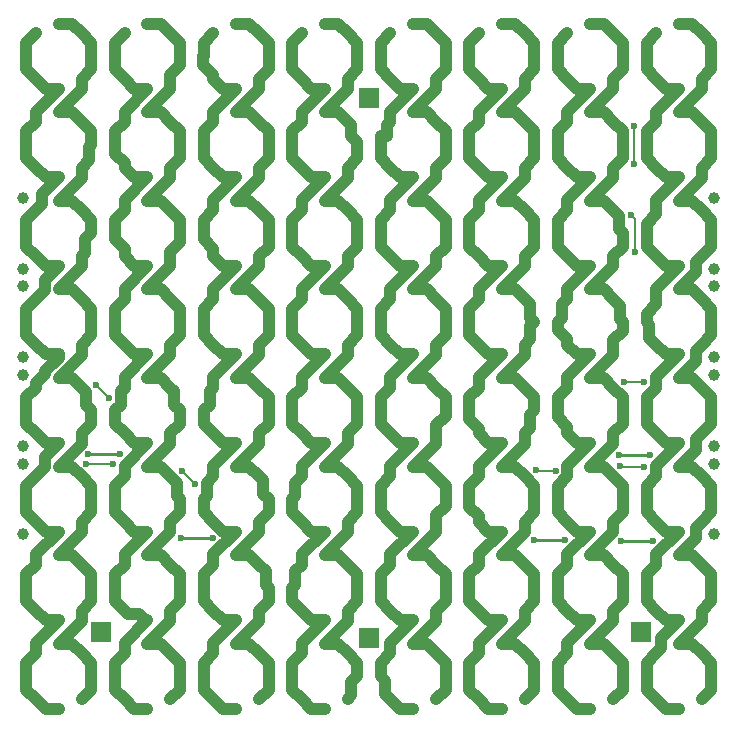
<source format=gbr>
%TF.GenerationSoftware,KiCad,Pcbnew,7.0.1*%
%TF.CreationDate,2023-10-04T00:39:49-04:00*%
%TF.ProjectId,TacTile-A,54616354-696c-4652-9d41-2e6b69636164,rev?*%
%TF.SameCoordinates,Original*%
%TF.FileFunction,Copper,L2,Bot*%
%TF.FilePolarity,Positive*%
%FSLAX46Y46*%
G04 Gerber Fmt 4.6, Leading zero omitted, Abs format (unit mm)*
G04 Created by KiCad (PCBNEW 7.0.1) date 2023-10-04 00:39:49*
%MOMM*%
%LPD*%
G01*
G04 APERTURE LIST*
%TA.AperFunction,ComponentPad*%
%ADD10C,1.000000*%
%TD*%
%TA.AperFunction,ComponentPad*%
%ADD11R,1.700000X1.700000*%
%TD*%
%TA.AperFunction,ViaPad*%
%ADD12C,0.600000*%
%TD*%
%TA.AperFunction,Conductor*%
%ADD13C,1.000000*%
%TD*%
%TA.AperFunction,Conductor*%
%ADD14C,0.200000*%
%TD*%
%TA.AperFunction,Conductor*%
%ADD15C,0.250000*%
%TD*%
G04 APERTURE END LIST*
D10*
%TO.P,L52,1,A*%
%TO.N,/GND7*%
X51250000Y-71000000D03*
%TO.P,L52,2,A*%
X53190000Y-71810000D03*
%TO.P,L52,3,A*%
X54000000Y-73750000D03*
%TO.P,L52,4,A*%
X53190000Y-75690000D03*
%TO.P,L52,5,A*%
%TO.N,/GND8*%
X49310000Y-71810000D03*
%TO.P,L52,6,A*%
X48500000Y-73750000D03*
%TO.P,L52,7,A*%
X49310000Y-75690000D03*
%TO.P,L52,8,A*%
X51250000Y-76500000D03*
%TD*%
%TO.P,L31,1,A*%
%TO.N,/GND13*%
X73750000Y-48500000D03*
%TO.P,L31,2,A*%
X75690000Y-49310000D03*
%TO.P,L31,3,A*%
X76500000Y-51250000D03*
%TO.P,L31,4,A*%
X75690000Y-53190000D03*
%TO.P,L31,5,A*%
%TO.N,/GND14*%
X71810000Y-49310000D03*
%TO.P,L31,6,A*%
X71000000Y-51250000D03*
%TO.P,L31,7,A*%
X71810000Y-53190000D03*
%TO.P,L31,8,A*%
X73750000Y-54000000D03*
%TD*%
%TO.P,L11,1,A*%
%TO.N,/GND5*%
X43750000Y-33500000D03*
%TO.P,L11,2,A*%
X45690000Y-34310000D03*
%TO.P,L11,3,A*%
X46500000Y-36250000D03*
%TO.P,L11,4,A*%
X45690000Y-38190000D03*
%TO.P,L11,5,A*%
%TO.N,/GND6*%
X41810000Y-34310000D03*
%TO.P,L11,6,A*%
X41000000Y-36250000D03*
%TO.P,L11,7,A*%
X41810000Y-38190000D03*
%TO.P,L11,8,A*%
X43750000Y-39000000D03*
%TD*%
%TO.P,L35,1,A*%
%TO.N,/GND5*%
X43750000Y-56000000D03*
%TO.P,L35,2,A*%
X45690000Y-56810000D03*
%TO.P,L35,3,A*%
X46500000Y-58750000D03*
%TO.P,L35,4,A*%
X45690000Y-60690000D03*
%TO.P,L35,5,A*%
%TO.N,/GND6*%
X41810000Y-56810000D03*
%TO.P,L35,6,A*%
X41000000Y-58750000D03*
%TO.P,L35,7,A*%
X41810000Y-60690000D03*
%TO.P,L35,8,A*%
X43750000Y-61500000D03*
%TD*%
%TO.P,JMP2,1,A*%
%TO.N,/INP1*%
X25750000Y-46750000D03*
%TD*%
%TO.P,L27,1,A*%
%TO.N,/GND5*%
X43750000Y-48500000D03*
%TO.P,L27,2,A*%
X45690000Y-49310000D03*
%TO.P,L27,3,A*%
X46500000Y-51250000D03*
%TO.P,L27,4,A*%
X45690000Y-53190000D03*
%TO.P,L27,5,A*%
%TO.N,/GND6*%
X41810000Y-49310000D03*
%TO.P,L27,6,A*%
X41000000Y-51250000D03*
%TO.P,L27,7,A*%
X41810000Y-53190000D03*
%TO.P,L27,8,A*%
X43750000Y-54000000D03*
%TD*%
%TO.P,JMP8,1,A*%
%TO.N,/INP7*%
X25750000Y-69250000D03*
%TD*%
%TO.P,L17,1,A*%
%TO.N,/GND1*%
X28750000Y-41000000D03*
%TO.P,L17,2,A*%
X30690000Y-41810000D03*
%TO.P,L17,3,A*%
X31500000Y-43750000D03*
%TO.P,L17,4,A*%
X30690000Y-45690000D03*
%TO.P,L17,5,A*%
%TO.N,/GND2*%
X26810000Y-41810000D03*
%TO.P,L17,6,A*%
X26000000Y-43750000D03*
%TO.P,L17,7,A*%
X26810000Y-45690000D03*
%TO.P,L17,8,A*%
X28750000Y-46500000D03*
%TD*%
%TO.P,L24,1,A*%
%TO.N,/GND15*%
X81250000Y-41000000D03*
%TO.P,L24,2,A*%
X83190000Y-41810000D03*
%TO.P,L24,3,A*%
X84000000Y-43750000D03*
%TO.P,L24,4,A*%
X83190000Y-45690000D03*
%TO.P,L24,5,A*%
%TO.N,/GND16*%
X79310000Y-41810000D03*
%TO.P,L24,6,A*%
X78500000Y-43750000D03*
%TO.P,L24,7,A*%
X79310000Y-45690000D03*
%TO.P,L24,8,A*%
X81250000Y-46500000D03*
%TD*%
%TO.P,JMP16,1,A*%
%TO.N,/INP15*%
X84250000Y-40750000D03*
%TD*%
%TO.P,JMP6,1,A*%
%TO.N,/INP5*%
X25750000Y-61750000D03*
%TD*%
%TO.P,L4,1,A*%
%TO.N,/GND7*%
X51250000Y-26000000D03*
%TO.P,L4,2,A*%
X53190000Y-26810000D03*
%TO.P,L4,3,A*%
X54000000Y-28750000D03*
%TO.P,L4,4,A*%
X53190000Y-30690000D03*
%TO.P,L4,5,A*%
%TO.N,/GND8*%
X49310000Y-26810000D03*
%TO.P,L4,6,A*%
X48500000Y-28750000D03*
%TO.P,L4,7,A*%
X49310000Y-30690000D03*
%TO.P,L4,8,A*%
X51250000Y-31500000D03*
%TD*%
%TO.P,L62,1,A*%
%TO.N,/GND11*%
X66250000Y-78500000D03*
%TO.P,L62,2,A*%
X68190000Y-79310000D03*
%TO.P,L62,3,A*%
X69000000Y-81250000D03*
%TO.P,L62,4,A*%
X68190000Y-83190000D03*
%TO.P,L62,5,A*%
%TO.N,/GND12*%
X64310000Y-79310000D03*
%TO.P,L62,6,A*%
X63500000Y-81250000D03*
%TO.P,L62,7,A*%
X64310000Y-83190000D03*
%TO.P,L62,8,A*%
X66250000Y-84000000D03*
%TD*%
%TO.P,L53,1,A*%
%TO.N,/GND9*%
X58750000Y-71000000D03*
%TO.P,L53,2,A*%
X60690000Y-71810000D03*
%TO.P,L53,3,A*%
X61500000Y-73750000D03*
%TO.P,L53,4,A*%
X60690000Y-75690000D03*
%TO.P,L53,5,A*%
%TO.N,/GND10*%
X56810000Y-71810000D03*
%TO.P,L53,6,A*%
X56000000Y-73750000D03*
%TO.P,L53,7,A*%
X56810000Y-75690000D03*
%TO.P,L53,8,A*%
X58750000Y-76500000D03*
%TD*%
%TO.P,JMP13,1,A*%
%TO.N,/INP12*%
X84250000Y-54250000D03*
%TD*%
%TO.P,L19,1,A*%
%TO.N,/GND5*%
X43750000Y-41000000D03*
%TO.P,L19,2,A*%
X45690000Y-41810000D03*
%TO.P,L19,3,A*%
X46500000Y-43750000D03*
%TO.P,L19,4,A*%
X45690000Y-45690000D03*
%TO.P,L19,5,A*%
%TO.N,/GND6*%
X41810000Y-41810000D03*
%TO.P,L19,6,A*%
X41000000Y-43750000D03*
%TO.P,L19,7,A*%
X41810000Y-45690000D03*
%TO.P,L19,8,A*%
X43750000Y-46500000D03*
%TD*%
%TO.P,L30,1,A*%
%TO.N,/GND11*%
X66250000Y-48500000D03*
%TO.P,L30,2,A*%
X68190000Y-49310000D03*
%TO.P,L30,3,A*%
X69000000Y-51250000D03*
%TO.P,L30,4,A*%
X68190000Y-53190000D03*
%TO.P,L30,5,A*%
%TO.N,/GND12*%
X64310000Y-49310000D03*
%TO.P,L30,6,A*%
X63500000Y-51250000D03*
%TO.P,L30,7,A*%
X64310000Y-53190000D03*
%TO.P,L30,8,A*%
X66250000Y-54000000D03*
%TD*%
%TO.P,L45,1,A*%
%TO.N,/GND9*%
X58750000Y-63500000D03*
%TO.P,L45,2,A*%
X60690000Y-64310000D03*
%TO.P,L45,3,A*%
X61500000Y-66250000D03*
%TO.P,L45,4,A*%
X60690000Y-68190000D03*
%TO.P,L45,5,A*%
%TO.N,/GND10*%
X56810000Y-64310000D03*
%TO.P,L45,6,A*%
X56000000Y-66250000D03*
%TO.P,L45,7,A*%
X56810000Y-68190000D03*
%TO.P,L45,8,A*%
X58750000Y-69000000D03*
%TD*%
%TO.P,L36,1,A*%
%TO.N,/GND7*%
X51250000Y-56000000D03*
%TO.P,L36,2,A*%
X53190000Y-56810000D03*
%TO.P,L36,3,A*%
X54000000Y-58750000D03*
%TO.P,L36,4,A*%
X53190000Y-60690000D03*
%TO.P,L36,5,A*%
%TO.N,/GND8*%
X49310000Y-56810000D03*
%TO.P,L36,6,A*%
X48500000Y-58750000D03*
%TO.P,L36,7,A*%
X49310000Y-60690000D03*
%TO.P,L36,8,A*%
X51250000Y-61500000D03*
%TD*%
%TO.P,JMP14,1,A*%
%TO.N,/INP13*%
X84250000Y-48250000D03*
%TD*%
%TO.P,L38,1,A*%
%TO.N,/GND11*%
X66250000Y-56000000D03*
%TO.P,L38,2,A*%
X68190000Y-56810000D03*
%TO.P,L38,3,A*%
X69000000Y-58750000D03*
%TO.P,L38,4,A*%
X68190000Y-60690000D03*
%TO.P,L38,5,A*%
%TO.N,/GND12*%
X64310000Y-56810000D03*
%TO.P,L38,6,A*%
X63500000Y-58750000D03*
%TO.P,L38,7,A*%
X64310000Y-60690000D03*
%TO.P,L38,8,A*%
X66250000Y-61500000D03*
%TD*%
%TO.P,L16,1,A*%
%TO.N,/GND15*%
X81250000Y-33500000D03*
%TO.P,L16,2,A*%
X83190000Y-34310000D03*
%TO.P,L16,3,A*%
X84000000Y-36250000D03*
%TO.P,L16,4,A*%
X83190000Y-38190000D03*
%TO.P,L16,5,A*%
%TO.N,/GND16*%
X79310000Y-34310000D03*
%TO.P,L16,6,A*%
X78500000Y-36250000D03*
%TO.P,L16,7,A*%
X79310000Y-38190000D03*
%TO.P,L16,8,A*%
X81250000Y-39000000D03*
%TD*%
%TO.P,L2,1,A*%
%TO.N,/GND3*%
X36250000Y-26000000D03*
%TO.P,L2,2,A*%
X38190000Y-26810000D03*
%TO.P,L2,3,A*%
X39000000Y-28750000D03*
%TO.P,L2,4,A*%
X38190000Y-30690000D03*
%TO.P,L2,5,A*%
%TO.N,/GND4*%
X34310000Y-26810000D03*
%TO.P,L2,6,A*%
X33500000Y-28750000D03*
%TO.P,L2,7,A*%
X34310000Y-30690000D03*
%TO.P,L2,8,A*%
X36250000Y-31500000D03*
%TD*%
%TO.P,JMP4,1,A*%
%TO.N,/INP3*%
X25750000Y-54250000D03*
%TD*%
%TO.P,L59,1,A*%
%TO.N,/GND5*%
X43750000Y-78500000D03*
%TO.P,L59,2,A*%
X45690000Y-79310000D03*
%TO.P,L59,3,A*%
X46500000Y-81250000D03*
%TO.P,L59,4,A*%
X45690000Y-83190000D03*
%TO.P,L59,5,A*%
%TO.N,/GND6*%
X41810000Y-79310000D03*
%TO.P,L59,6,A*%
X41000000Y-81250000D03*
%TO.P,L59,7,A*%
X41810000Y-83190000D03*
%TO.P,L59,8,A*%
X43750000Y-84000000D03*
%TD*%
%TO.P,L34,1,A*%
%TO.N,/GND3*%
X36250000Y-56000000D03*
%TO.P,L34,2,A*%
X38190000Y-56810000D03*
%TO.P,L34,3,A*%
X39000000Y-58750000D03*
%TO.P,L34,4,A*%
X38190000Y-60690000D03*
%TO.P,L34,5,A*%
%TO.N,/GND4*%
X34310000Y-56810000D03*
%TO.P,L34,6,A*%
X33500000Y-58750000D03*
%TO.P,L34,7,A*%
X34310000Y-60690000D03*
%TO.P,L34,8,A*%
X36250000Y-61500000D03*
%TD*%
%TO.P,L49,1,A*%
%TO.N,/GND1*%
X28750000Y-71000000D03*
%TO.P,L49,2,A*%
X30690000Y-71810000D03*
%TO.P,L49,3,A*%
X31500000Y-73750000D03*
%TO.P,L49,4,A*%
X30690000Y-75690000D03*
%TO.P,L49,5,A*%
%TO.N,/GND2*%
X26810000Y-71810000D03*
%TO.P,L49,6,A*%
X26000000Y-73750000D03*
%TO.P,L49,7,A*%
X26810000Y-75690000D03*
%TO.P,L49,8,A*%
X28750000Y-76500000D03*
%TD*%
%TO.P,L15,1,A*%
%TO.N,/GND13*%
X73750000Y-33500000D03*
%TO.P,L15,2,A*%
X75690000Y-34310000D03*
%TO.P,L15,3,A*%
X76500000Y-36250000D03*
%TO.P,L15,4,A*%
X75690000Y-38190000D03*
%TO.P,L15,5,A*%
%TO.N,/GND14*%
X71810000Y-34310000D03*
%TO.P,L15,6,A*%
X71000000Y-36250000D03*
%TO.P,L15,7,A*%
X71810000Y-38190000D03*
%TO.P,L15,8,A*%
X73750000Y-39000000D03*
%TD*%
%TO.P,L39,1,A*%
%TO.N,/GND13*%
X73750000Y-56000000D03*
%TO.P,L39,2,A*%
X75690000Y-56810000D03*
%TO.P,L39,3,A*%
X76500000Y-58750000D03*
%TO.P,L39,4,A*%
X75690000Y-60690000D03*
%TO.P,L39,5,A*%
%TO.N,/GND14*%
X71810000Y-56810000D03*
%TO.P,L39,6,A*%
X71000000Y-58750000D03*
%TO.P,L39,7,A*%
X71810000Y-60690000D03*
%TO.P,L39,8,A*%
X73750000Y-61500000D03*
%TD*%
%TO.P,L47,1,A*%
%TO.N,/GND13*%
X73750000Y-63500000D03*
%TO.P,L47,2,A*%
X75690000Y-64310000D03*
%TO.P,L47,3,A*%
X76500000Y-66250000D03*
%TO.P,L47,4,A*%
X75690000Y-68190000D03*
%TO.P,L47,5,A*%
%TO.N,/GND14*%
X71810000Y-64310000D03*
%TO.P,L47,6,A*%
X71000000Y-66250000D03*
%TO.P,L47,7,A*%
X71810000Y-68190000D03*
%TO.P,L47,8,A*%
X73750000Y-69000000D03*
%TD*%
%TO.P,L64,1,A*%
%TO.N,/GND15*%
X81250000Y-78500000D03*
%TO.P,L64,2,A*%
X83190000Y-79310000D03*
%TO.P,L64,3,A*%
X84000000Y-81250000D03*
%TO.P,L64,4,A*%
X83190000Y-83190000D03*
%TO.P,L64,5,A*%
%TO.N,/GND16*%
X79310000Y-79310000D03*
%TO.P,L64,6,A*%
X78500000Y-81250000D03*
%TO.P,L64,7,A*%
X79310000Y-83190000D03*
%TO.P,L64,8,A*%
X81250000Y-84000000D03*
%TD*%
%TO.P,JMP7,1,A*%
%TO.N,/INP6*%
X25750000Y-63250000D03*
%TD*%
%TO.P,L55,1,A*%
%TO.N,/GND13*%
X73750000Y-71000000D03*
%TO.P,L55,2,A*%
X75690000Y-71810000D03*
%TO.P,L55,3,A*%
X76500000Y-73750000D03*
%TO.P,L55,4,A*%
X75690000Y-75690000D03*
%TO.P,L55,5,A*%
%TO.N,/GND14*%
X71810000Y-71810000D03*
%TO.P,L55,6,A*%
X71000000Y-73750000D03*
%TO.P,L55,7,A*%
X71810000Y-75690000D03*
%TO.P,L55,8,A*%
X73750000Y-76500000D03*
%TD*%
%TO.P,L51,1,A*%
%TO.N,/GND5*%
X43750000Y-71000000D03*
%TO.P,L51,2,A*%
X45690000Y-71810000D03*
%TO.P,L51,3,A*%
X46500000Y-73750000D03*
%TO.P,L51,4,A*%
X45690000Y-75690000D03*
%TO.P,L51,5,A*%
%TO.N,/GND6*%
X41810000Y-71810000D03*
%TO.P,L51,6,A*%
X41000000Y-73750000D03*
%TO.P,L51,7,A*%
X41810000Y-75690000D03*
%TO.P,L51,8,A*%
X43750000Y-76500000D03*
%TD*%
%TO.P,L12,1,A*%
%TO.N,/GND7*%
X51250000Y-33500000D03*
%TO.P,L12,2,A*%
X53190000Y-34310000D03*
%TO.P,L12,3,A*%
X54000000Y-36250000D03*
%TO.P,L12,4,A*%
X53190000Y-38190000D03*
%TO.P,L12,5,A*%
%TO.N,/GND8*%
X49310000Y-34310000D03*
%TO.P,L12,6,A*%
X48500000Y-36250000D03*
%TO.P,L12,7,A*%
X49310000Y-38190000D03*
%TO.P,L12,8,A*%
X51250000Y-39000000D03*
%TD*%
%TO.P,L54,1,A*%
%TO.N,/GND11*%
X66250000Y-71000000D03*
%TO.P,L54,2,A*%
X68190000Y-71810000D03*
%TO.P,L54,3,A*%
X69000000Y-73750000D03*
%TO.P,L54,4,A*%
X68190000Y-75690000D03*
%TO.P,L54,5,A*%
%TO.N,/GND12*%
X64310000Y-71810000D03*
%TO.P,L54,6,A*%
X63500000Y-73750000D03*
%TO.P,L54,7,A*%
X64310000Y-75690000D03*
%TO.P,L54,8,A*%
X66250000Y-76500000D03*
%TD*%
%TO.P,L3,1,A*%
%TO.N,/GND5*%
X43750000Y-26000000D03*
%TO.P,L3,2,A*%
X45690000Y-26810000D03*
%TO.P,L3,3,A*%
X46500000Y-28750000D03*
%TO.P,L3,4,A*%
X45690000Y-30690000D03*
%TO.P,L3,5,A*%
%TO.N,/GND6*%
X41810000Y-26810000D03*
%TO.P,L3,6,A*%
X41000000Y-28750000D03*
%TO.P,L3,7,A*%
X41810000Y-30690000D03*
%TO.P,L3,8,A*%
X43750000Y-31500000D03*
%TD*%
%TO.P,L6,1,A*%
%TO.N,/GND11*%
X66250000Y-26000000D03*
%TO.P,L6,2,A*%
X68190000Y-26810000D03*
%TO.P,L6,3,A*%
X69000000Y-28750000D03*
%TO.P,L6,4,A*%
X68190000Y-30690000D03*
%TO.P,L6,5,A*%
%TO.N,/GND12*%
X64310000Y-26810000D03*
%TO.P,L6,6,A*%
X63500000Y-28750000D03*
%TO.P,L6,7,A*%
X64310000Y-30690000D03*
%TO.P,L6,8,A*%
X66250000Y-31500000D03*
%TD*%
%TO.P,JMP5,1,A*%
%TO.N,/INP4*%
X25750000Y-55750000D03*
%TD*%
D11*
%TO.P,J4,1,Pin_1*%
%TO.N,/GND*%
X55000000Y-78000000D03*
%TD*%
D10*
%TO.P,JMP1,1,A*%
%TO.N,/INP0*%
X25750000Y-40750000D03*
%TD*%
%TO.P,JMP15,1,A*%
%TO.N,/INP14*%
X84250000Y-46750000D03*
%TD*%
%TO.P,L5,1,A*%
%TO.N,/GND9*%
X58750000Y-26000000D03*
%TO.P,L5,2,A*%
X60690000Y-26810000D03*
%TO.P,L5,3,A*%
X61500000Y-28750000D03*
%TO.P,L5,4,A*%
X60690000Y-30690000D03*
%TO.P,L5,5,A*%
%TO.N,/GND10*%
X56810000Y-26810000D03*
%TO.P,L5,6,A*%
X56000000Y-28750000D03*
%TO.P,L5,7,A*%
X56810000Y-30690000D03*
%TO.P,L5,8,A*%
X58750000Y-31500000D03*
%TD*%
%TO.P,L20,1,A*%
%TO.N,/GND7*%
X51250000Y-41000000D03*
%TO.P,L20,2,A*%
X53190000Y-41810000D03*
%TO.P,L20,3,A*%
X54000000Y-43750000D03*
%TO.P,L20,4,A*%
X53190000Y-45690000D03*
%TO.P,L20,5,A*%
%TO.N,/GND8*%
X49310000Y-41810000D03*
%TO.P,L20,6,A*%
X48500000Y-43750000D03*
%TO.P,L20,7,A*%
X49310000Y-45690000D03*
%TO.P,L20,8,A*%
X51250000Y-46500000D03*
%TD*%
%TO.P,L46,1,A*%
%TO.N,/GND11*%
X66250000Y-63500000D03*
%TO.P,L46,2,A*%
X68190000Y-64310000D03*
%TO.P,L46,3,A*%
X69000000Y-66250000D03*
%TO.P,L46,4,A*%
X68190000Y-68190000D03*
%TO.P,L46,5,A*%
%TO.N,/GND12*%
X64310000Y-64310000D03*
%TO.P,L46,6,A*%
X63500000Y-66250000D03*
%TO.P,L46,7,A*%
X64310000Y-68190000D03*
%TO.P,L46,8,A*%
X66250000Y-69000000D03*
%TD*%
%TO.P,L23,1,A*%
%TO.N,/GND13*%
X73750000Y-41000000D03*
%TO.P,L23,2,A*%
X75690000Y-41810000D03*
%TO.P,L23,3,A*%
X76500000Y-43750000D03*
%TO.P,L23,4,A*%
X75690000Y-45690000D03*
%TO.P,L23,5,A*%
%TO.N,/GND14*%
X71810000Y-41810000D03*
%TO.P,L23,6,A*%
X71000000Y-43750000D03*
%TO.P,L23,7,A*%
X71810000Y-45690000D03*
%TO.P,L23,8,A*%
X73750000Y-46500000D03*
%TD*%
%TO.P,L10,1,A*%
%TO.N,/GND3*%
X36250000Y-33500000D03*
%TO.P,L10,2,A*%
X38190000Y-34310000D03*
%TO.P,L10,3,A*%
X39000000Y-36250000D03*
%TO.P,L10,4,A*%
X38190000Y-38190000D03*
%TO.P,L10,5,A*%
%TO.N,/GND4*%
X34310000Y-34310000D03*
%TO.P,L10,6,A*%
X33500000Y-36250000D03*
%TO.P,L10,7,A*%
X34310000Y-38190000D03*
%TO.P,L10,8,A*%
X36250000Y-39000000D03*
%TD*%
%TO.P,JMP9,1,A*%
%TO.N,/INP8*%
X84250000Y-69250000D03*
%TD*%
%TO.P,L56,1,A*%
%TO.N,/GND15*%
X81250000Y-71000000D03*
%TO.P,L56,2,A*%
X83190000Y-71810000D03*
%TO.P,L56,3,A*%
X84000000Y-73750000D03*
%TO.P,L56,4,A*%
X83190000Y-75690000D03*
%TO.P,L56,5,A*%
%TO.N,/GND16*%
X79310000Y-71810000D03*
%TO.P,L56,6,A*%
X78500000Y-73750000D03*
%TO.P,L56,7,A*%
X79310000Y-75690000D03*
%TO.P,L56,8,A*%
X81250000Y-76500000D03*
%TD*%
%TO.P,L37,1,A*%
%TO.N,/GND9*%
X58750000Y-56000000D03*
%TO.P,L37,2,A*%
X60690000Y-56810000D03*
%TO.P,L37,3,A*%
X61500000Y-58750000D03*
%TO.P,L37,4,A*%
X60690000Y-60690000D03*
%TO.P,L37,5,A*%
%TO.N,/GND10*%
X56810000Y-56810000D03*
%TO.P,L37,6,A*%
X56000000Y-58750000D03*
%TO.P,L37,7,A*%
X56810000Y-60690000D03*
%TO.P,L37,8,A*%
X58750000Y-61500000D03*
%TD*%
%TO.P,L33,1,A*%
%TO.N,/GND1*%
X28750000Y-56000000D03*
%TO.P,L33,2,A*%
X30690000Y-56810000D03*
%TO.P,L33,3,A*%
X31500000Y-58750000D03*
%TO.P,L33,4,A*%
X30690000Y-60690000D03*
%TO.P,L33,5,A*%
%TO.N,/GND2*%
X26810000Y-56810000D03*
%TO.P,L33,6,A*%
X26000000Y-58750000D03*
%TO.P,L33,7,A*%
X26810000Y-60690000D03*
%TO.P,L33,8,A*%
X28750000Y-61500000D03*
%TD*%
D11*
%TO.P,J3,1,Pin_1*%
%TO.N,/GND*%
X55000000Y-32300000D03*
%TD*%
D10*
%TO.P,JMP12,1,A*%
%TO.N,/INP11*%
X84250000Y-55750000D03*
%TD*%
%TO.P,L26,1,A*%
%TO.N,/GND3*%
X36250000Y-48500000D03*
%TO.P,L26,2,A*%
X38190000Y-49310000D03*
%TO.P,L26,3,A*%
X39000000Y-51250000D03*
%TO.P,L26,4,A*%
X38190000Y-53190000D03*
%TO.P,L26,5,A*%
%TO.N,/GND4*%
X34310000Y-49310000D03*
%TO.P,L26,6,A*%
X33500000Y-51250000D03*
%TO.P,L26,7,A*%
X34310000Y-53190000D03*
%TO.P,L26,8,A*%
X36250000Y-54000000D03*
%TD*%
%TO.P,L50,1,A*%
%TO.N,/GND3*%
X36250000Y-71000000D03*
%TO.P,L50,2,A*%
X38190000Y-71810000D03*
%TO.P,L50,3,A*%
X39000000Y-73750000D03*
%TO.P,L50,4,A*%
X38190000Y-75690000D03*
%TO.P,L50,5,A*%
%TO.N,/GND4*%
X34310000Y-71810000D03*
%TO.P,L50,6,A*%
X33500000Y-73750000D03*
%TO.P,L50,7,A*%
X34310000Y-75690000D03*
%TO.P,L50,8,A*%
X36250000Y-76500000D03*
%TD*%
%TO.P,L1,1,A*%
%TO.N,/GND1*%
X28750000Y-26000000D03*
%TO.P,L1,2,A*%
X30690000Y-26810000D03*
%TO.P,L1,3,A*%
X31500000Y-28750000D03*
%TO.P,L1,4,A*%
X30690000Y-30690000D03*
%TO.P,L1,5,A*%
%TO.N,/GND2*%
X26810000Y-26810000D03*
%TO.P,L1,6,A*%
X26000000Y-28750000D03*
%TO.P,L1,7,A*%
X26810000Y-30690000D03*
%TO.P,L1,8,A*%
X28750000Y-31500000D03*
%TD*%
%TO.P,L28,1,A*%
%TO.N,/GND7*%
X51250000Y-48500000D03*
%TO.P,L28,2,A*%
X53190000Y-49310000D03*
%TO.P,L28,3,A*%
X54000000Y-51250000D03*
%TO.P,L28,4,A*%
X53190000Y-53190000D03*
%TO.P,L28,5,A*%
%TO.N,/GND8*%
X49310000Y-49310000D03*
%TO.P,L28,6,A*%
X48500000Y-51250000D03*
%TO.P,L28,7,A*%
X49310000Y-53190000D03*
%TO.P,L28,8,A*%
X51250000Y-54000000D03*
%TD*%
%TO.P,L61,1,A*%
%TO.N,/GND9*%
X58750000Y-78500000D03*
%TO.P,L61,2,A*%
X60690000Y-79310000D03*
%TO.P,L61,3,A*%
X61500000Y-81250000D03*
%TO.P,L61,4,A*%
X60690000Y-83190000D03*
%TO.P,L61,5,A*%
%TO.N,/GND10*%
X56810000Y-79310000D03*
%TO.P,L61,6,A*%
X56000000Y-81250000D03*
%TO.P,L61,7,A*%
X56810000Y-83190000D03*
%TO.P,L61,8,A*%
X58750000Y-84000000D03*
%TD*%
%TO.P,JMP3,1,A*%
%TO.N,/INP2*%
X25750000Y-48250000D03*
%TD*%
%TO.P,L8,1,A*%
%TO.N,/GND15*%
X81250000Y-26000000D03*
%TO.P,L8,2,A*%
X83190000Y-26810000D03*
%TO.P,L8,3,A*%
X84000000Y-28750000D03*
%TO.P,L8,4,A*%
X83190000Y-30690000D03*
%TO.P,L8,5,A*%
%TO.N,/GND16*%
X79310000Y-26810000D03*
%TO.P,L8,6,A*%
X78500000Y-28750000D03*
%TO.P,L8,7,A*%
X79310000Y-30690000D03*
%TO.P,L8,8,A*%
X81250000Y-31500000D03*
%TD*%
%TO.P,L42,1,A*%
%TO.N,/GND3*%
X36250000Y-63500000D03*
%TO.P,L42,2,A*%
X38190000Y-64310000D03*
%TO.P,L42,3,A*%
X39000000Y-66250000D03*
%TO.P,L42,4,A*%
X38190000Y-68190000D03*
%TO.P,L42,5,A*%
%TO.N,/GND4*%
X34310000Y-64310000D03*
%TO.P,L42,6,A*%
X33500000Y-66250000D03*
%TO.P,L42,7,A*%
X34310000Y-68190000D03*
%TO.P,L42,8,A*%
X36250000Y-69000000D03*
%TD*%
%TO.P,L63,1,A*%
%TO.N,/GND13*%
X73750000Y-78500000D03*
%TO.P,L63,2,A*%
X75690000Y-79310000D03*
%TO.P,L63,3,A*%
X76500000Y-81250000D03*
%TO.P,L63,4,A*%
X75690000Y-83190000D03*
%TO.P,L63,5,A*%
%TO.N,/GND14*%
X71810000Y-79310000D03*
%TO.P,L63,6,A*%
X71000000Y-81250000D03*
%TO.P,L63,7,A*%
X71810000Y-83190000D03*
%TO.P,L63,8,A*%
X73750000Y-84000000D03*
%TD*%
%TO.P,L25,1,A*%
%TO.N,/GND1*%
X28750000Y-48500000D03*
%TO.P,L25,2,A*%
X30690000Y-49310000D03*
%TO.P,L25,3,A*%
X31500000Y-51250000D03*
%TO.P,L25,4,A*%
X30690000Y-53190000D03*
%TO.P,L25,5,A*%
%TO.N,/GND2*%
X26810000Y-49310000D03*
%TO.P,L25,6,A*%
X26000000Y-51250000D03*
%TO.P,L25,7,A*%
X26810000Y-53190000D03*
%TO.P,L25,8,A*%
X28750000Y-54000000D03*
%TD*%
%TO.P,JMP10,1,A*%
%TO.N,/INP9*%
X84250000Y-63250000D03*
%TD*%
D11*
%TO.P,J2,1,Pin_1*%
%TO.N,/GND*%
X78000000Y-77500000D03*
%TD*%
D10*
%TO.P,L29,1,A*%
%TO.N,/GND9*%
X58750000Y-48500000D03*
%TO.P,L29,2,A*%
X60690000Y-49310000D03*
%TO.P,L29,3,A*%
X61500000Y-51250000D03*
%TO.P,L29,4,A*%
X60690000Y-53190000D03*
%TO.P,L29,5,A*%
%TO.N,/GND10*%
X56810000Y-49310000D03*
%TO.P,L29,6,A*%
X56000000Y-51250000D03*
%TO.P,L29,7,A*%
X56810000Y-53190000D03*
%TO.P,L29,8,A*%
X58750000Y-54000000D03*
%TD*%
%TO.P,L14,1,A*%
%TO.N,/GND11*%
X66250000Y-33500000D03*
%TO.P,L14,2,A*%
X68190000Y-34310000D03*
%TO.P,L14,3,A*%
X69000000Y-36250000D03*
%TO.P,L14,4,A*%
X68190000Y-38190000D03*
%TO.P,L14,5,A*%
%TO.N,/GND12*%
X64310000Y-34310000D03*
%TO.P,L14,6,A*%
X63500000Y-36250000D03*
%TO.P,L14,7,A*%
X64310000Y-38190000D03*
%TO.P,L14,8,A*%
X66250000Y-39000000D03*
%TD*%
%TO.P,L7,1,A*%
%TO.N,/GND13*%
X73750000Y-26000000D03*
%TO.P,L7,2,A*%
X75690000Y-26810000D03*
%TO.P,L7,3,A*%
X76500000Y-28750000D03*
%TO.P,L7,4,A*%
X75690000Y-30690000D03*
%TO.P,L7,5,A*%
%TO.N,/GND14*%
X71810000Y-26810000D03*
%TO.P,L7,6,A*%
X71000000Y-28750000D03*
%TO.P,L7,7,A*%
X71810000Y-30690000D03*
%TO.P,L7,8,A*%
X73750000Y-31500000D03*
%TD*%
%TO.P,L9,1,A*%
%TO.N,/GND1*%
X28750000Y-33500000D03*
%TO.P,L9,2,A*%
X30690000Y-34310000D03*
%TO.P,L9,3,A*%
X31500000Y-36250000D03*
%TO.P,L9,4,A*%
X30690000Y-38190000D03*
%TO.P,L9,5,A*%
%TO.N,/GND2*%
X26810000Y-34310000D03*
%TO.P,L9,6,A*%
X26000000Y-36250000D03*
%TO.P,L9,7,A*%
X26810000Y-38190000D03*
%TO.P,L9,8,A*%
X28750000Y-39000000D03*
%TD*%
%TO.P,L57,1,A*%
%TO.N,/GND1*%
X28750000Y-78500000D03*
%TO.P,L57,2,A*%
X30690000Y-79310000D03*
%TO.P,L57,3,A*%
X31500000Y-81250000D03*
%TO.P,L57,4,A*%
X30690000Y-83190000D03*
%TO.P,L57,5,A*%
%TO.N,/GND2*%
X26810000Y-79310000D03*
%TO.P,L57,6,A*%
X26000000Y-81250000D03*
%TO.P,L57,7,A*%
X26810000Y-83190000D03*
%TO.P,L57,8,A*%
X28750000Y-84000000D03*
%TD*%
%TO.P,L40,1,A*%
%TO.N,/GND15*%
X81250000Y-56000000D03*
%TO.P,L40,2,A*%
X83190000Y-56810000D03*
%TO.P,L40,3,A*%
X84000000Y-58750000D03*
%TO.P,L40,4,A*%
X83190000Y-60690000D03*
%TO.P,L40,5,A*%
%TO.N,/GND16*%
X79310000Y-56810000D03*
%TO.P,L40,6,A*%
X78500000Y-58750000D03*
%TO.P,L40,7,A*%
X79310000Y-60690000D03*
%TO.P,L40,8,A*%
X81250000Y-61500000D03*
%TD*%
%TO.P,L58,1,A*%
%TO.N,/GND3*%
X36250000Y-78500000D03*
%TO.P,L58,2,A*%
X38190000Y-79310000D03*
%TO.P,L58,3,A*%
X39000000Y-81250000D03*
%TO.P,L58,4,A*%
X38190000Y-83190000D03*
%TO.P,L58,5,A*%
%TO.N,/GND4*%
X34310000Y-79310000D03*
%TO.P,L58,6,A*%
X33500000Y-81250000D03*
%TO.P,L58,7,A*%
X34310000Y-83190000D03*
%TO.P,L58,8,A*%
X36250000Y-84000000D03*
%TD*%
%TO.P,L43,1,A*%
%TO.N,/GND5*%
X43750000Y-63500000D03*
%TO.P,L43,2,A*%
X45690000Y-64310000D03*
%TO.P,L43,3,A*%
X46500000Y-66250000D03*
%TO.P,L43,4,A*%
X45690000Y-68190000D03*
%TO.P,L43,5,A*%
%TO.N,/GND6*%
X41810000Y-64310000D03*
%TO.P,L43,6,A*%
X41000000Y-66250000D03*
%TO.P,L43,7,A*%
X41810000Y-68190000D03*
%TO.P,L43,8,A*%
X43750000Y-69000000D03*
%TD*%
%TO.P,JMP11,1,A*%
%TO.N,/INP10*%
X84250000Y-61750000D03*
%TD*%
%TO.P,L41,1,A*%
%TO.N,/GND1*%
X28750000Y-63500000D03*
%TO.P,L41,2,A*%
X30690000Y-64310000D03*
%TO.P,L41,3,A*%
X31500000Y-66250000D03*
%TO.P,L41,4,A*%
X30690000Y-68190000D03*
%TO.P,L41,5,A*%
%TO.N,/GND2*%
X26810000Y-64310000D03*
%TO.P,L41,6,A*%
X26000000Y-66250000D03*
%TO.P,L41,7,A*%
X26810000Y-68190000D03*
%TO.P,L41,8,A*%
X28750000Y-69000000D03*
%TD*%
D11*
%TO.P,J1,1,Pin_1*%
%TO.N,/GND*%
X32300000Y-77500000D03*
%TD*%
D10*
%TO.P,L60,1,A*%
%TO.N,/GND7*%
X51250000Y-78500000D03*
%TO.P,L60,2,A*%
X53190000Y-79310000D03*
%TO.P,L60,3,A*%
X54000000Y-81250000D03*
%TO.P,L60,4,A*%
X53190000Y-83190000D03*
%TO.P,L60,5,A*%
%TO.N,/GND8*%
X49310000Y-79310000D03*
%TO.P,L60,6,A*%
X48500000Y-81250000D03*
%TO.P,L60,7,A*%
X49310000Y-83190000D03*
%TO.P,L60,8,A*%
X51250000Y-84000000D03*
%TD*%
%TO.P,L21,1,A*%
%TO.N,/GND9*%
X58750000Y-41000000D03*
%TO.P,L21,2,A*%
X60690000Y-41810000D03*
%TO.P,L21,3,A*%
X61500000Y-43750000D03*
%TO.P,L21,4,A*%
X60690000Y-45690000D03*
%TO.P,L21,5,A*%
%TO.N,/GND10*%
X56810000Y-41810000D03*
%TO.P,L21,6,A*%
X56000000Y-43750000D03*
%TO.P,L21,7,A*%
X56810000Y-45690000D03*
%TO.P,L21,8,A*%
X58750000Y-46500000D03*
%TD*%
%TO.P,L13,1,A*%
%TO.N,/GND9*%
X58750000Y-33500000D03*
%TO.P,L13,2,A*%
X60690000Y-34310000D03*
%TO.P,L13,3,A*%
X61500000Y-36250000D03*
%TO.P,L13,4,A*%
X60690000Y-38190000D03*
%TO.P,L13,5,A*%
%TO.N,/GND10*%
X56810000Y-34310000D03*
%TO.P,L13,6,A*%
X56000000Y-36250000D03*
%TO.P,L13,7,A*%
X56810000Y-38190000D03*
%TO.P,L13,8,A*%
X58750000Y-39000000D03*
%TD*%
%TO.P,L44,1,A*%
%TO.N,/GND7*%
X51250000Y-63500000D03*
%TO.P,L44,2,A*%
X53190000Y-64310000D03*
%TO.P,L44,3,A*%
X54000000Y-66250000D03*
%TO.P,L44,4,A*%
X53190000Y-68190000D03*
%TO.P,L44,5,A*%
%TO.N,/GND8*%
X49310000Y-64310000D03*
%TO.P,L44,6,A*%
X48500000Y-66250000D03*
%TO.P,L44,7,A*%
X49310000Y-68190000D03*
%TO.P,L44,8,A*%
X51250000Y-69000000D03*
%TD*%
%TO.P,L32,1,A*%
%TO.N,/GND15*%
X81250000Y-48500000D03*
%TO.P,L32,2,A*%
X83190000Y-49310000D03*
%TO.P,L32,3,A*%
X84000000Y-51250000D03*
%TO.P,L32,4,A*%
X83190000Y-53190000D03*
%TO.P,L32,5,A*%
%TO.N,/GND16*%
X79310000Y-49310000D03*
%TO.P,L32,6,A*%
X78500000Y-51250000D03*
%TO.P,L32,7,A*%
X79310000Y-53190000D03*
%TO.P,L32,8,A*%
X81250000Y-54000000D03*
%TD*%
%TO.P,L22,1,A*%
%TO.N,/GND11*%
X66250000Y-41000000D03*
%TO.P,L22,2,A*%
X68190000Y-41810000D03*
%TO.P,L22,3,A*%
X69000000Y-43750000D03*
%TO.P,L22,4,A*%
X68190000Y-45690000D03*
%TO.P,L22,5,A*%
%TO.N,/GND12*%
X64310000Y-41810000D03*
%TO.P,L22,6,A*%
X63500000Y-43750000D03*
%TO.P,L22,7,A*%
X64310000Y-45690000D03*
%TO.P,L22,8,A*%
X66250000Y-46500000D03*
%TD*%
%TO.P,L48,1,A*%
%TO.N,/GND15*%
X81250000Y-63500000D03*
%TO.P,L48,2,A*%
X83190000Y-64310000D03*
%TO.P,L48,3,A*%
X84000000Y-66250000D03*
%TO.P,L48,4,A*%
X83190000Y-68190000D03*
%TO.P,L48,5,A*%
%TO.N,/GND16*%
X79310000Y-64310000D03*
%TO.P,L48,6,A*%
X78500000Y-66250000D03*
%TO.P,L48,7,A*%
X79310000Y-68190000D03*
%TO.P,L48,8,A*%
X81250000Y-69000000D03*
%TD*%
%TO.P,L18,1,A*%
%TO.N,/GND3*%
X36250000Y-41000000D03*
%TO.P,L18,2,A*%
X38190000Y-41810000D03*
%TO.P,L18,3,A*%
X39000000Y-43750000D03*
%TO.P,L18,4,A*%
X38190000Y-45690000D03*
%TO.P,L18,5,A*%
%TO.N,/GND4*%
X34310000Y-41810000D03*
%TO.P,L18,6,A*%
X33500000Y-43750000D03*
%TO.P,L18,7,A*%
X34310000Y-45690000D03*
%TO.P,L18,8,A*%
X36250000Y-46500000D03*
%TD*%
D12*
%TO.N,/INP4*%
X31872944Y-56602756D03*
X33000500Y-57683664D03*
%TO.N,/INP5*%
X31216351Y-62447156D03*
X33918246Y-62418246D03*
%TO.N,/INP6*%
X31045023Y-63251516D03*
X33317435Y-63322459D03*
X39150000Y-63850000D03*
X40250500Y-64983490D03*
%TO.N,/INP7*%
X41771492Y-69565000D03*
X39077551Y-69519625D03*
%TO.N,/INP8*%
X68935164Y-69726132D03*
X71593246Y-69743246D03*
X76349741Y-69813766D03*
X79018246Y-69818246D03*
%TO.N,/INP9*%
X70810500Y-63849535D03*
X78310500Y-63500000D03*
X69110385Y-63816878D03*
X76269879Y-63476372D03*
%TO.N,/INP10*%
X76181754Y-62481754D03*
X78833147Y-62503346D03*
%TO.N,/INP11*%
X76610386Y-56316878D03*
X78310500Y-56328887D03*
%TO.N,/INP14*%
X77500000Y-45350000D03*
X77145696Y-42182877D03*
%TO.N,/INP15*%
X77450000Y-34700000D03*
X77450000Y-37900000D03*
%TD*%
D13*
%TO.N,/GND1*%
X31300000Y-37580000D02*
X30690000Y-38190000D01*
X30690000Y-60690000D02*
X30690000Y-61560000D01*
X31000000Y-44250000D02*
X31000000Y-45380000D01*
X31500000Y-28750000D02*
X31500000Y-27620000D01*
X31500000Y-59880000D02*
X30690000Y-60690000D01*
X31500000Y-72620000D02*
X30690000Y-71810000D01*
X30690000Y-68190000D02*
X30690000Y-69060000D01*
X29880000Y-26000000D02*
X28750000Y-26000000D01*
X30690000Y-26810000D02*
X29880000Y-26000000D01*
X31500000Y-58750000D02*
X31050000Y-58300000D01*
X31500000Y-73750000D02*
X31500000Y-72620000D01*
X28750000Y-63500000D02*
X29880000Y-63500000D01*
X29880000Y-56000000D02*
X30690000Y-56810000D01*
X31500000Y-80120000D02*
X31500000Y-81250000D01*
X31500000Y-50120000D02*
X30690000Y-49310000D01*
X31500000Y-35120000D02*
X30690000Y-34310000D01*
X31500000Y-74880000D02*
X30690000Y-75690000D01*
X30690000Y-79310000D02*
X31500000Y-80120000D01*
X29880000Y-78500000D02*
X30690000Y-79310000D01*
X28750000Y-78500000D02*
X29880000Y-78500000D01*
X28750000Y-33500000D02*
X29880000Y-33500000D01*
X30690000Y-69060000D02*
X28750000Y-71000000D01*
X31500000Y-65120000D02*
X30690000Y-64310000D01*
X29880000Y-48500000D02*
X30690000Y-49310000D01*
X31500000Y-81250000D02*
X31500000Y-82380000D01*
X28750000Y-33500000D02*
X30690000Y-31560000D01*
X31500000Y-66250000D02*
X31500000Y-67380000D01*
X31500000Y-73750000D02*
X31500000Y-74880000D01*
X28750000Y-56000000D02*
X29880000Y-56000000D01*
X31500000Y-66250000D02*
X31500000Y-65120000D01*
X31500000Y-52380000D02*
X30690000Y-53190000D01*
X28750000Y-71000000D02*
X29880000Y-71000000D01*
X31500000Y-82380000D02*
X30690000Y-83190000D01*
X31000000Y-45380000D02*
X30690000Y-45690000D01*
X30690000Y-76560000D02*
X28750000Y-78500000D01*
X31500000Y-67380000D02*
X30690000Y-68190000D01*
X28750000Y-48500000D02*
X29880000Y-48500000D01*
X29880000Y-63500000D02*
X30690000Y-64310000D01*
X31500000Y-27620000D02*
X30690000Y-26810000D01*
X30690000Y-53190000D02*
X30690000Y-54060000D01*
X31300000Y-36450000D02*
X31300000Y-37580000D01*
X31050000Y-58300000D02*
X31050000Y-57170000D01*
X28750000Y-41000000D02*
X29880000Y-41000000D01*
X30690000Y-45690000D02*
X30690000Y-46560000D01*
X31500000Y-51250000D02*
X31500000Y-52380000D01*
X31500000Y-36250000D02*
X31500000Y-35120000D01*
X30690000Y-75690000D02*
X30690000Y-76560000D01*
X31500000Y-42620000D02*
X30690000Y-41810000D01*
X30690000Y-39060000D02*
X28750000Y-41000000D01*
X31500000Y-28750000D02*
X31500000Y-29880000D01*
X31500000Y-51250000D02*
X31500000Y-50120000D01*
X31500000Y-43750000D02*
X31500000Y-42620000D01*
X31500000Y-43750000D02*
X31000000Y-44250000D01*
X30690000Y-61560000D02*
X28750000Y-63500000D01*
X29880000Y-71000000D02*
X30690000Y-71810000D01*
X30690000Y-54060000D02*
X28750000Y-56000000D01*
X29880000Y-33500000D02*
X30690000Y-34310000D01*
X30690000Y-38190000D02*
X30690000Y-39060000D01*
X31050000Y-57170000D02*
X30690000Y-56810000D01*
X30690000Y-31560000D02*
X30690000Y-30690000D01*
X30690000Y-46560000D02*
X28750000Y-48500000D01*
X31500000Y-58750000D02*
X31500000Y-59880000D01*
X29880000Y-41000000D02*
X30690000Y-41810000D01*
X31500000Y-36250000D02*
X31300000Y-36450000D01*
X31500000Y-29880000D02*
X30690000Y-30690000D01*
%TO.N,/GND2*%
X28750000Y-54000000D02*
X27620000Y-54000000D01*
X27550000Y-47700000D02*
X27550000Y-48570000D01*
X26000000Y-67380000D02*
X26000000Y-66250000D01*
X26810000Y-70940000D02*
X28750000Y-69000000D01*
X27620000Y-39000000D02*
X26810000Y-38190000D01*
X28750000Y-61500000D02*
X27550000Y-62700000D01*
X26000000Y-81250000D02*
X26000000Y-80120000D01*
X26000000Y-72620000D02*
X26810000Y-71810000D01*
X26810000Y-83190000D02*
X27620000Y-84000000D01*
X26000000Y-57620000D02*
X26810000Y-56810000D01*
X26000000Y-37380000D02*
X26000000Y-36250000D01*
X27620000Y-69000000D02*
X26810000Y-68190000D01*
X26000000Y-43750000D02*
X26000000Y-42620000D01*
X27550000Y-63570000D02*
X26810000Y-64310000D01*
X26000000Y-73750000D02*
X26000000Y-74880000D01*
X26000000Y-80120000D02*
X26810000Y-79310000D01*
X26810000Y-53190000D02*
X26000000Y-52380000D01*
X26810000Y-68190000D02*
X26000000Y-67380000D01*
X27600000Y-55452944D02*
X27600000Y-55650000D01*
X27620000Y-76500000D02*
X26810000Y-75690000D01*
X26810000Y-34310000D02*
X26810000Y-33440000D01*
X27620000Y-31500000D02*
X26810000Y-30690000D01*
X26810000Y-60690000D02*
X26000000Y-59880000D01*
X28750000Y-31500000D02*
X27620000Y-31500000D01*
X27309999Y-40440001D02*
X28750000Y-39000000D01*
X26810000Y-41810000D02*
X27309999Y-41310001D01*
X28750000Y-76500000D02*
X27620000Y-76500000D01*
X26000000Y-52380000D02*
X26000000Y-51250000D01*
X28750000Y-39000000D02*
X27620000Y-39000000D01*
X26000000Y-82380000D02*
X26810000Y-83190000D01*
X27550000Y-62700000D02*
X27550000Y-63570000D01*
X27620000Y-54000000D02*
X26810000Y-53190000D01*
X28750000Y-46500000D02*
X27550000Y-47700000D01*
X27550000Y-48570000D02*
X26810000Y-49310000D01*
X26810000Y-33440000D02*
X28750000Y-31500000D01*
X26000000Y-50120000D02*
X26810000Y-49310000D01*
X26000000Y-66250000D02*
X26000000Y-65120000D01*
X26000000Y-28750000D02*
X26000000Y-27620000D01*
X26000000Y-35120000D02*
X26810000Y-34310000D01*
X26000000Y-58750000D02*
X26000000Y-57620000D01*
X28750000Y-46500000D02*
X27620000Y-46500000D01*
X28750000Y-54302944D02*
X27600000Y-55452944D01*
X26000000Y-73750000D02*
X26000000Y-72620000D01*
X26810000Y-30690000D02*
X26000000Y-29880000D01*
X26000000Y-59880000D02*
X26000000Y-58750000D01*
X26000000Y-74880000D02*
X26810000Y-75690000D01*
X26000000Y-81250000D02*
X26000000Y-82380000D01*
X26000000Y-42620000D02*
X26810000Y-41810000D01*
X26000000Y-44880000D02*
X26000000Y-43750000D01*
X26000000Y-51250000D02*
X26000000Y-50120000D01*
X26810000Y-78440000D02*
X28750000Y-76500000D01*
X27309999Y-41310001D02*
X27309999Y-40440001D01*
X27600000Y-55650000D02*
X26810000Y-56440000D01*
X26810000Y-79310000D02*
X26810000Y-78440000D01*
X26810000Y-38190000D02*
X26000000Y-37380000D01*
X27620000Y-84000000D02*
X28750000Y-84000000D01*
X26000000Y-65120000D02*
X26810000Y-64310000D01*
X26810000Y-71810000D02*
X26810000Y-70940000D01*
X26810000Y-45690000D02*
X26000000Y-44880000D01*
X27620000Y-61500000D02*
X26810000Y-60690000D01*
X28750000Y-61500000D02*
X27620000Y-61500000D01*
X28750000Y-69000000D02*
X27620000Y-69000000D01*
X28750000Y-54000000D02*
X28750000Y-54302944D01*
X26000000Y-36250000D02*
X26000000Y-35120000D01*
X27620000Y-46500000D02*
X26810000Y-45690000D01*
X26000000Y-27620000D02*
X26810000Y-26810000D01*
X26000000Y-29880000D02*
X26000000Y-28750000D01*
X26810000Y-56440000D02*
X26810000Y-56810000D01*
%TO.N,/GND3*%
X38500000Y-57120000D02*
X38190000Y-56810000D01*
X39000000Y-82380000D02*
X39000000Y-81250000D01*
X39000000Y-80120000D02*
X38190000Y-79310000D01*
X38190000Y-53190000D02*
X39000000Y-52380000D01*
X38190000Y-46560000D02*
X36250000Y-48500000D01*
X39000000Y-52380000D02*
X39000000Y-51250000D01*
X39000000Y-29500000D02*
X39000000Y-28750000D01*
X38750000Y-64870000D02*
X38190000Y-64310000D01*
X39000000Y-50120000D02*
X38190000Y-49310000D01*
X39000000Y-36250000D02*
X39000000Y-35120000D01*
X39000000Y-74880000D02*
X39000000Y-73750000D01*
X37380000Y-63500000D02*
X38190000Y-64310000D01*
X38190000Y-61560000D02*
X36250000Y-63500000D01*
X39000000Y-59880000D02*
X39000000Y-58750000D01*
X36250000Y-33500000D02*
X37380000Y-33500000D01*
X39000000Y-43750000D02*
X39000000Y-42620000D01*
X39000000Y-28750000D02*
X39000000Y-27620000D01*
X39000000Y-37380000D02*
X39000000Y-36250000D01*
X36250000Y-56000000D02*
X37380000Y-56000000D01*
X39000000Y-42620000D02*
X38190000Y-41810000D01*
X38190000Y-30690000D02*
X38190000Y-31560000D01*
X38190000Y-45310000D02*
X39000000Y-44500000D01*
X37380000Y-78500000D02*
X38190000Y-79310000D01*
X36250000Y-71000000D02*
X37380000Y-71000000D01*
X39000000Y-66250000D02*
X38750000Y-66000000D01*
X38190000Y-45690000D02*
X38190000Y-46560000D01*
X39000000Y-44500000D02*
X39000000Y-43750000D01*
X38190000Y-26810000D02*
X37380000Y-26000000D01*
X37380000Y-56000000D02*
X38190000Y-56810000D01*
X38190000Y-38190000D02*
X38190000Y-39060000D01*
X38190000Y-60690000D02*
X38190000Y-61560000D01*
X38190000Y-83190000D02*
X39000000Y-82380000D01*
X39000000Y-73750000D02*
X39000000Y-72620000D01*
X39000000Y-35120000D02*
X38190000Y-34310000D01*
X39000000Y-58750000D02*
X38500000Y-58250000D01*
X38190000Y-75690000D02*
X38190000Y-76560000D01*
X38190000Y-30310000D02*
X39000000Y-29500000D01*
X39000000Y-72620000D02*
X38190000Y-71810000D01*
X37380000Y-48500000D02*
X38190000Y-49310000D01*
X37380000Y-26000000D02*
X36250000Y-26000000D01*
X38190000Y-45690000D02*
X38190000Y-45310000D01*
X38500000Y-58250000D02*
X38500000Y-57120000D01*
X37380000Y-33500000D02*
X38190000Y-34310000D01*
X36250000Y-78500000D02*
X37380000Y-78500000D01*
X36250000Y-63500000D02*
X37380000Y-63500000D01*
X39000000Y-51250000D02*
X39000000Y-50120000D01*
X38190000Y-53190000D02*
X38190000Y-54060000D01*
X38190000Y-75690000D02*
X39000000Y-74880000D01*
X38190000Y-30690000D02*
X38190000Y-30310000D01*
X37380000Y-41000000D02*
X38190000Y-41810000D01*
X39000000Y-67380000D02*
X39000000Y-66250000D01*
X36250000Y-41000000D02*
X37380000Y-41000000D01*
X38190000Y-69060000D02*
X36250000Y-71000000D01*
X38190000Y-68190000D02*
X39000000Y-67380000D01*
X37380000Y-71000000D02*
X38190000Y-71810000D01*
X39000000Y-81250000D02*
X39000000Y-80120000D01*
X38190000Y-60690000D02*
X39000000Y-59880000D01*
X39000000Y-27620000D02*
X38190000Y-26810000D01*
X38190000Y-68190000D02*
X38190000Y-69060000D01*
X38190000Y-39060000D02*
X36250000Y-41000000D01*
X38750000Y-66000000D02*
X38750000Y-64870000D01*
X38190000Y-38190000D02*
X39000000Y-37380000D01*
X38190000Y-54060000D02*
X36250000Y-56000000D01*
X36250000Y-48500000D02*
X37380000Y-48500000D01*
X38190000Y-76560000D02*
X36250000Y-78500000D01*
X38190000Y-31560000D02*
X36250000Y-33500000D01*
%TO.N,/GND6*%
X41000000Y-72620000D02*
X41810000Y-71810000D01*
X41000000Y-35120000D02*
X41000000Y-36250000D01*
X41810000Y-75690000D02*
X41000000Y-74880000D01*
X41810000Y-34310000D02*
X41000000Y-35120000D01*
X42620000Y-54000000D02*
X41810000Y-53190000D01*
X41000000Y-74880000D02*
X41000000Y-73750000D01*
X41500000Y-57120000D02*
X41810000Y-56810000D01*
X41810000Y-68190000D02*
X42620000Y-69000000D01*
X41000000Y-59880000D02*
X41000000Y-58750000D01*
X41000000Y-66250000D02*
X41250000Y-66000000D01*
X41810000Y-60690000D02*
X42620000Y-61500000D01*
X41000000Y-27620000D02*
X41000000Y-28750000D01*
X41000000Y-58750000D02*
X41500000Y-58250000D01*
X41810000Y-48440000D02*
X43750000Y-46500000D01*
X41810000Y-56810000D02*
X41810000Y-55940000D01*
X41810000Y-70940000D02*
X41810000Y-71810000D01*
X41250000Y-64870000D02*
X41810000Y-64310000D01*
X43750000Y-76500000D02*
X41810000Y-78440000D01*
X42620000Y-46500000D02*
X41810000Y-45690000D01*
X41810000Y-49310000D02*
X41810000Y-48440000D01*
X41810000Y-45690000D02*
X41810000Y-45060000D01*
X41810000Y-34310000D02*
X41810000Y-33440000D01*
X43750000Y-31500000D02*
X42620000Y-31500000D01*
X41810000Y-26810000D02*
X41000000Y-27620000D01*
X41810000Y-78440000D02*
X41810000Y-79310000D01*
X41000000Y-82380000D02*
X41000000Y-81250000D01*
X42620000Y-61500000D02*
X43750000Y-61500000D01*
X41810000Y-40940000D02*
X43750000Y-39000000D01*
X41000000Y-36250000D02*
X41000000Y-37380000D01*
X41250000Y-66000000D02*
X41250000Y-64870000D01*
X41810000Y-30362944D02*
X41810000Y-30690000D01*
X42620000Y-84000000D02*
X43750000Y-84000000D01*
X41000000Y-51250000D02*
X41000000Y-50120000D01*
X42620000Y-76500000D02*
X43750000Y-76500000D01*
X41000000Y-50120000D02*
X41810000Y-49310000D01*
X42620000Y-39000000D02*
X41810000Y-38190000D01*
X40973528Y-28776472D02*
X40973528Y-29526472D01*
X41810000Y-63440000D02*
X41810000Y-64310000D01*
X41000000Y-67380000D02*
X41000000Y-66250000D01*
X41810000Y-83190000D02*
X42620000Y-84000000D01*
X41810000Y-55940000D02*
X43750000Y-54000000D01*
X41500000Y-58250000D02*
X41500000Y-57120000D01*
X41810000Y-41810000D02*
X41810000Y-40940000D01*
X41000000Y-28750000D02*
X40973528Y-28776472D01*
X41000000Y-80120000D02*
X41810000Y-79310000D01*
X41810000Y-75690000D02*
X42620000Y-76500000D01*
X41000000Y-42620000D02*
X41810000Y-41810000D01*
X42620000Y-69000000D02*
X43750000Y-69000000D01*
X43750000Y-39000000D02*
X42620000Y-39000000D01*
X41810000Y-60690000D02*
X41000000Y-59880000D01*
X42620000Y-31500000D02*
X41810000Y-30690000D01*
X40973528Y-29526472D02*
X41810000Y-30362944D01*
X41000000Y-73750000D02*
X41000000Y-72620000D01*
X41810000Y-83190000D02*
X41000000Y-82380000D01*
X43750000Y-61500000D02*
X41810000Y-63440000D01*
X43750000Y-54000000D02*
X42620000Y-54000000D01*
X41000000Y-37380000D02*
X41810000Y-38190000D01*
X41000000Y-43750000D02*
X41000000Y-42620000D01*
X41000000Y-52380000D02*
X41000000Y-51250000D01*
X41810000Y-68190000D02*
X41000000Y-67380000D01*
X41000000Y-81250000D02*
X41000000Y-80120000D01*
X41810000Y-45060000D02*
X41000000Y-44250000D01*
X43750000Y-69000000D02*
X41810000Y-70940000D01*
X41810000Y-33440000D02*
X43750000Y-31500000D01*
X41810000Y-53190000D02*
X41000000Y-52380000D01*
X43750000Y-46500000D02*
X42620000Y-46500000D01*
X41000000Y-44250000D02*
X41000000Y-43750000D01*
%TO.N,/GND7*%
X53190000Y-46560000D02*
X51250000Y-48500000D01*
X54000000Y-28750000D02*
X54000000Y-27620000D01*
X54000000Y-81250000D02*
X54000000Y-80120000D01*
X53190000Y-60690000D02*
X54000000Y-59880000D01*
X53190000Y-26810000D02*
X52380000Y-26000000D01*
X52380000Y-41000000D02*
X53190000Y-41810000D01*
X54000000Y-44880000D02*
X54000000Y-43750000D01*
X52380000Y-56000000D02*
X53190000Y-56810000D01*
X53190000Y-75690000D02*
X54000000Y-74880000D01*
X51250000Y-48500000D02*
X52380000Y-48500000D01*
X54000000Y-57620000D02*
X53190000Y-56810000D01*
X54000000Y-73750000D02*
X54000000Y-72620000D01*
X53190000Y-53190000D02*
X53190000Y-54060000D01*
X53190000Y-69060000D02*
X53190000Y-68190000D01*
X52380000Y-78500000D02*
X51250000Y-78500000D01*
X53190000Y-68190000D02*
X54000000Y-67380000D01*
X52380000Y-48500000D02*
X53190000Y-49310000D01*
X52380000Y-26000000D02*
X51250000Y-26000000D01*
X54000000Y-42620000D02*
X53190000Y-41810000D01*
X54000000Y-36050000D02*
X54000000Y-36250000D01*
X52380000Y-63500000D02*
X51250000Y-63500000D01*
X53190000Y-64310000D02*
X52380000Y-63500000D01*
X52380000Y-33500000D02*
X53190000Y-34310000D01*
X53190000Y-61560000D02*
X53190000Y-60690000D01*
X53190000Y-30690000D02*
X53190000Y-31560000D01*
X54000000Y-52380000D02*
X54000000Y-51250000D01*
X53190000Y-76560000D02*
X53190000Y-75690000D01*
X54000000Y-37380000D02*
X54000000Y-36250000D01*
X54000000Y-27620000D02*
X53190000Y-26810000D01*
X54000000Y-51250000D02*
X54000000Y-50120000D01*
X54000000Y-50120000D02*
X53190000Y-49310000D01*
X54000000Y-72620000D02*
X53190000Y-71810000D01*
X53190000Y-53190000D02*
X54000000Y-52380000D01*
X53190000Y-38190000D02*
X54000000Y-37380000D01*
X51250000Y-71000000D02*
X53190000Y-69060000D01*
X54000000Y-29880000D02*
X54000000Y-28750000D01*
X54000000Y-80120000D02*
X53190000Y-79310000D01*
X54000000Y-67380000D02*
X54000000Y-66250000D01*
X51250000Y-56000000D02*
X52380000Y-56000000D01*
X54000000Y-59880000D02*
X54000000Y-58750000D01*
X53190000Y-45690000D02*
X54000000Y-44880000D01*
X53190000Y-31560000D02*
X51250000Y-33500000D01*
X54000000Y-65120000D02*
X53190000Y-64310000D01*
X53190000Y-39060000D02*
X51250000Y-41000000D01*
X53190000Y-38190000D02*
X53190000Y-39060000D01*
X53190000Y-45690000D02*
X53190000Y-46560000D01*
X53500001Y-82879999D02*
X53500001Y-81749999D01*
X53450000Y-34570000D02*
X53450000Y-35500000D01*
X51250000Y-78500000D02*
X53190000Y-76560000D01*
X53500001Y-81749999D02*
X54000000Y-81250000D01*
X54000000Y-58750000D02*
X54000000Y-57620000D01*
X53190000Y-83190000D02*
X53500001Y-82879999D01*
X53450000Y-35500000D02*
X54000000Y-36050000D01*
X53190000Y-71810000D02*
X52380000Y-71000000D01*
X51250000Y-63500000D02*
X53190000Y-61560000D01*
X53190000Y-79310000D02*
X52380000Y-78500000D01*
X53190000Y-30690000D02*
X54000000Y-29880000D01*
X51250000Y-41000000D02*
X52380000Y-41000000D01*
X54000000Y-66250000D02*
X54000000Y-65120000D01*
X54000000Y-74880000D02*
X54000000Y-73750000D01*
X51250000Y-33500000D02*
X52380000Y-33500000D01*
X53190000Y-34310000D02*
X53450000Y-34570000D01*
X53190000Y-54060000D02*
X51250000Y-56000000D01*
X54000000Y-43750000D02*
X54000000Y-42620000D01*
X52380000Y-71000000D02*
X51250000Y-71000000D01*
%TO.N,/GND8*%
X49310000Y-41810000D02*
X49310000Y-40940000D01*
X50120000Y-76500000D02*
X51250000Y-76500000D01*
X49310000Y-70940000D02*
X49310000Y-71810000D01*
X51250000Y-61500000D02*
X49310000Y-63440000D01*
X49310000Y-75690000D02*
X50120000Y-76500000D01*
X48750000Y-64870000D02*
X49310000Y-64310000D01*
X49310000Y-68190000D02*
X48500000Y-67380000D01*
X49310000Y-55940000D02*
X51250000Y-54000000D01*
X49310000Y-60690000D02*
X50120000Y-61500000D01*
X50120000Y-31500000D02*
X49310000Y-30690000D01*
X48500000Y-44880000D02*
X48500000Y-43750000D01*
X48500000Y-51250000D02*
X48500000Y-50120000D01*
X48750000Y-72370000D02*
X49310000Y-71810000D01*
X48500000Y-74880000D02*
X48500000Y-73750000D01*
X48500000Y-50120000D02*
X49310000Y-49310000D01*
X50120000Y-84000000D02*
X51250000Y-84000000D01*
X48500000Y-36250000D02*
X48500000Y-37380000D01*
X50120000Y-54000000D02*
X49310000Y-53190000D01*
X48500000Y-67380000D02*
X48500000Y-66250000D01*
X48500000Y-81250000D02*
X48500000Y-80120000D01*
X49310000Y-34310000D02*
X48500000Y-35120000D01*
X50120000Y-46500000D02*
X49310000Y-45690000D01*
X49310000Y-53190000D02*
X48500000Y-52380000D01*
X50120000Y-69000000D02*
X51250000Y-69000000D01*
X51250000Y-31500000D02*
X50120000Y-31500000D01*
X48500000Y-59880000D02*
X48500000Y-58750000D01*
X49310000Y-60690000D02*
X48500000Y-59880000D01*
X49310000Y-34310000D02*
X49310000Y-33440000D01*
X49310000Y-83190000D02*
X50120000Y-84000000D01*
X48500000Y-42620000D02*
X48500000Y-43750000D01*
X48500000Y-52380000D02*
X48500000Y-51250000D01*
X49310000Y-78440000D02*
X49310000Y-79310000D01*
X49310000Y-49310000D02*
X49310000Y-48440000D01*
X49310000Y-40940000D02*
X51250000Y-39000000D01*
X51250000Y-39000000D02*
X50120000Y-39000000D01*
X48500000Y-57620000D02*
X49310000Y-56810000D01*
X49310000Y-68190000D02*
X50120000Y-69000000D01*
X49310000Y-75690000D02*
X48500000Y-74880000D01*
X48750000Y-66000000D02*
X48750000Y-64870000D01*
X50120000Y-61500000D02*
X51250000Y-61500000D01*
X48500000Y-73750000D02*
X48750000Y-73500000D01*
X48500000Y-58750000D02*
X48500000Y-57620000D01*
X48500000Y-35120000D02*
X48500000Y-36250000D01*
X51250000Y-69000000D02*
X49310000Y-70940000D01*
X48750000Y-73500000D02*
X48750000Y-72370000D01*
X49310000Y-41810000D02*
X48500000Y-42620000D01*
X50120000Y-39000000D02*
X49310000Y-38190000D01*
X48500000Y-81250000D02*
X48500000Y-82380000D01*
X49310000Y-45690000D02*
X48500000Y-44880000D01*
X48500000Y-29880000D02*
X49310000Y-30690000D01*
X51250000Y-54000000D02*
X50120000Y-54000000D01*
X49310000Y-26810000D02*
X48500000Y-27620000D01*
X51250000Y-76500000D02*
X49310000Y-78440000D01*
X48500000Y-27620000D02*
X48500000Y-28750000D01*
X51250000Y-46500000D02*
X50120000Y-46500000D01*
X48500000Y-66250000D02*
X48750000Y-66000000D01*
X48500000Y-82380000D02*
X49310000Y-83190000D01*
X48500000Y-80120000D02*
X49310000Y-79310000D01*
X48500000Y-37380000D02*
X49310000Y-38190000D01*
X49310000Y-33440000D02*
X51250000Y-31500000D01*
X49310000Y-63440000D02*
X49310000Y-64310000D01*
X48500000Y-28750000D02*
X48500000Y-29880000D01*
X49310000Y-56810000D02*
X49310000Y-55940000D01*
X49310000Y-48440000D02*
X51250000Y-46500000D01*
%TO.N,/GND12*%
X64310000Y-34310000D02*
X64310000Y-33440000D01*
X63500000Y-51250000D02*
X63500000Y-52380000D01*
X63500000Y-80120000D02*
X64310000Y-79310000D01*
X64310000Y-83190000D02*
X63500000Y-82380000D01*
X64310000Y-75690000D02*
X63500000Y-74880000D01*
X63500000Y-28750000D02*
X63500000Y-29880000D01*
X63500000Y-65120000D02*
X64310000Y-64310000D01*
X63500000Y-29880000D02*
X64310000Y-30690000D01*
X64310000Y-56810000D02*
X64310000Y-55940000D01*
X63500000Y-81250000D02*
X63500000Y-80120000D01*
X66250000Y-46500000D02*
X65120000Y-46500000D01*
X66250000Y-76500000D02*
X65120000Y-76500000D01*
X64310000Y-83190000D02*
X65120000Y-84000000D01*
X66250000Y-61500000D02*
X65120000Y-61500000D01*
X66250000Y-31500000D02*
X65120000Y-31500000D01*
X65120000Y-31500000D02*
X64310000Y-30690000D01*
X64310000Y-64310000D02*
X64310000Y-63440000D01*
X64310000Y-49310000D02*
X64310000Y-48440000D01*
X63500000Y-43750000D02*
X63500000Y-44880000D01*
X63500000Y-44880000D02*
X64310000Y-45690000D01*
X64310000Y-78440000D02*
X66250000Y-76500000D01*
X65120000Y-61500000D02*
X64310000Y-60690000D01*
X63500000Y-57620000D02*
X63500000Y-58750000D01*
X63500000Y-73750000D02*
X63500000Y-72620000D01*
X65120000Y-54000000D02*
X64310000Y-53190000D01*
X63500000Y-82380000D02*
X63500000Y-81250000D01*
X64310000Y-63440000D02*
X66250000Y-61500000D01*
X64310000Y-60690000D02*
X64310000Y-60310000D01*
X63500000Y-74880000D02*
X63500000Y-73750000D01*
X64310000Y-40940000D02*
X66250000Y-39000000D01*
X63500000Y-66250000D02*
X63500000Y-65120000D01*
X63500000Y-50120000D02*
X63500000Y-51250000D01*
X63500000Y-27620000D02*
X63500000Y-28750000D01*
X63500000Y-59500000D02*
X63500000Y-58750000D01*
X65120000Y-46500000D02*
X64310000Y-45690000D01*
X64310000Y-49310000D02*
X63500000Y-50120000D01*
X64310000Y-34310000D02*
X63500000Y-35120000D01*
X64310000Y-70940000D02*
X66250000Y-69000000D01*
X63500000Y-36250000D02*
X63500000Y-37380000D01*
X66250000Y-39000000D02*
X65120000Y-39000000D01*
X63500000Y-52380000D02*
X64310000Y-53190000D01*
X65120000Y-76500000D02*
X64310000Y-75690000D01*
X64310000Y-79310000D02*
X64310000Y-78440000D01*
X64310000Y-56810000D02*
X63500000Y-57620000D01*
X64310000Y-71810000D02*
X64310000Y-70940000D01*
X63500000Y-35120000D02*
X63500000Y-36250000D01*
X65120000Y-39000000D02*
X64310000Y-38190000D01*
X64310000Y-26810000D02*
X63500000Y-27620000D01*
X64310000Y-33440000D02*
X66250000Y-31500000D01*
X66250000Y-69000000D02*
X65120000Y-69000000D01*
X63500000Y-42620000D02*
X63500000Y-43750000D01*
X63500000Y-37380000D02*
X64310000Y-38190000D01*
X64310000Y-68190000D02*
X64310000Y-67710000D01*
X65120000Y-84000000D02*
X66250000Y-84000000D01*
X64310000Y-67710000D02*
X63500000Y-66900000D01*
X64310000Y-55940000D02*
X66250000Y-54000000D01*
X63500000Y-66900000D02*
X63500000Y-66250000D01*
X64310000Y-48440000D02*
X66250000Y-46500000D01*
X65120000Y-69000000D02*
X64310000Y-68190000D01*
X64310000Y-41810000D02*
X64310000Y-40940000D01*
X64310000Y-41810000D02*
X63500000Y-42620000D01*
X64310000Y-60310000D02*
X63500000Y-59500000D01*
X63500000Y-72620000D02*
X64310000Y-71810000D01*
X66250000Y-54000000D02*
X65120000Y-54000000D01*
%TO.N,/GND13*%
X74880000Y-33500000D02*
X75690000Y-34310000D01*
X73750000Y-63500000D02*
X74880000Y-63500000D01*
X75690000Y-30690000D02*
X76500000Y-29880000D01*
X76500000Y-72620000D02*
X75690000Y-71810000D01*
X76500000Y-59880000D02*
X76500000Y-58750000D01*
X74880000Y-63500000D02*
X75690000Y-64310000D01*
X76500000Y-29880000D02*
X76500000Y-28750000D01*
X76150000Y-43400000D02*
X76150000Y-42270000D01*
X76500000Y-36250000D02*
X76500000Y-35120000D01*
X74880000Y-48500000D02*
X75690000Y-49310000D01*
X75690000Y-60690000D02*
X76500000Y-59880000D01*
X74880000Y-26000000D02*
X73750000Y-26000000D01*
X75690000Y-53190000D02*
X75690000Y-52810000D01*
X76500000Y-58750000D02*
X76500000Y-57620000D01*
X76500000Y-74880000D02*
X76500000Y-73750000D01*
X76150000Y-42270000D02*
X75690000Y-41810000D01*
X75690000Y-71810000D02*
X74880000Y-71000000D01*
X75690000Y-38190000D02*
X75690000Y-39060000D01*
X75690000Y-54060000D02*
X73750000Y-56000000D01*
X75690000Y-76560000D02*
X75690000Y-75690000D01*
X73750000Y-33500000D02*
X74880000Y-33500000D01*
X76500000Y-67380000D02*
X76500000Y-66250000D01*
X76500000Y-82380000D02*
X76500000Y-81250000D01*
X76250000Y-49870000D02*
X75690000Y-49310000D01*
X76500000Y-52000000D02*
X76500000Y-51250000D01*
X74880000Y-71000000D02*
X73750000Y-71000000D01*
X75690000Y-68190000D02*
X75690000Y-69060000D01*
X76500000Y-66250000D02*
X76500000Y-65120000D01*
X76500000Y-65120000D02*
X75690000Y-64310000D01*
X75690000Y-39060000D02*
X73750000Y-41000000D01*
X76500000Y-37380000D02*
X76500000Y-36250000D01*
X73750000Y-48500000D02*
X74880000Y-48500000D01*
X75690000Y-53190000D02*
X75690000Y-54060000D01*
X74880000Y-41000000D02*
X75690000Y-41810000D01*
X76500000Y-35120000D02*
X75690000Y-34310000D01*
X76500000Y-44880000D02*
X76500000Y-43750000D01*
X76500000Y-73750000D02*
X76500000Y-72620000D01*
X75690000Y-60690000D02*
X75690000Y-61560000D01*
X74880000Y-78500000D02*
X73750000Y-78500000D01*
X73750000Y-56000000D02*
X74880000Y-56000000D01*
X75690000Y-68190000D02*
X76500000Y-67380000D01*
X75690000Y-45690000D02*
X75690000Y-46560000D01*
X75690000Y-31560000D02*
X73750000Y-33500000D01*
X76500000Y-51250000D02*
X76250000Y-51000000D01*
X75690000Y-52810000D02*
X76500000Y-52000000D01*
X75690000Y-83190000D02*
X76500000Y-82380000D01*
X75690000Y-46560000D02*
X73750000Y-48500000D01*
X74880000Y-56000000D02*
X75690000Y-56810000D01*
X75690000Y-45690000D02*
X76500000Y-44880000D01*
X75690000Y-26810000D02*
X74880000Y-26000000D01*
X75690000Y-61560000D02*
X73750000Y-63500000D01*
X75690000Y-69060000D02*
X73750000Y-71000000D01*
X76500000Y-27620000D02*
X75690000Y-26810000D01*
X76500000Y-43750000D02*
X76150000Y-43400000D01*
X76250000Y-51000000D02*
X76250000Y-49870000D01*
X75690000Y-38190000D02*
X76500000Y-37380000D01*
X75690000Y-30690000D02*
X75690000Y-31560000D01*
X75690000Y-79310000D02*
X74880000Y-78500000D01*
X73750000Y-78500000D02*
X75690000Y-76560000D01*
X76500000Y-81250000D02*
X76500000Y-80120000D01*
X76500000Y-57620000D02*
X75690000Y-56810000D01*
X76500000Y-28750000D02*
X76500000Y-27620000D01*
X73750000Y-41000000D02*
X74880000Y-41000000D01*
X76500000Y-80120000D02*
X75690000Y-79310000D01*
X75690000Y-75690000D02*
X76500000Y-74880000D01*
%TO.N,/GND14*%
X73750000Y-31500000D02*
X72620000Y-31500000D01*
X71000000Y-35120000D02*
X71000000Y-36250000D01*
X71000000Y-73750000D02*
X71000000Y-72620000D01*
X71810000Y-49310000D02*
X71810000Y-48440000D01*
X71810000Y-26810000D02*
X71000000Y-27620000D01*
X73750000Y-76500000D02*
X72620000Y-76500000D01*
X71000000Y-67380000D02*
X71000000Y-66250000D01*
X73750000Y-46500000D02*
X72620000Y-46500000D01*
X71810000Y-40940000D02*
X73750000Y-39000000D01*
X71350000Y-49770000D02*
X71810000Y-49310000D01*
X71000000Y-82380000D02*
X71000000Y-81250000D01*
X71810000Y-48440000D02*
X73750000Y-46500000D01*
X73750000Y-61500000D02*
X72620000Y-61500000D01*
X71810000Y-78440000D02*
X73750000Y-76500000D01*
X72620000Y-39000000D02*
X71810000Y-38190000D01*
X72620000Y-69000000D02*
X71810000Y-68190000D01*
X71000000Y-58750000D02*
X71000000Y-57620000D01*
X71810000Y-60690000D02*
X71810000Y-60110000D01*
X71810000Y-71810000D02*
X71810000Y-70940000D01*
X71000000Y-37380000D02*
X71810000Y-38190000D01*
X73750000Y-39000000D02*
X72620000Y-39000000D01*
X73750000Y-69000000D02*
X72620000Y-69000000D01*
X71000000Y-51250000D02*
X71350000Y-50900000D01*
X72620000Y-46500000D02*
X71810000Y-45690000D01*
X71810000Y-60110000D02*
X71000000Y-59300000D01*
X71000000Y-27620000D02*
X71000000Y-28750000D01*
X71810000Y-45690000D02*
X71000000Y-44880000D01*
X71000000Y-57620000D02*
X71810000Y-56810000D01*
X72620000Y-31500000D02*
X71810000Y-30690000D01*
X72620000Y-61500000D02*
X71810000Y-60690000D01*
X71810000Y-33440000D02*
X73750000Y-31500000D01*
X71000000Y-72620000D02*
X71810000Y-71810000D01*
X71000000Y-74880000D02*
X71000000Y-73750000D01*
X71810000Y-79310000D02*
X71810000Y-78440000D01*
X71810000Y-55940000D02*
X73750000Y-54000000D01*
X71000000Y-59300000D02*
X71000000Y-58750000D01*
X71810000Y-34310000D02*
X71000000Y-35120000D01*
X71810000Y-56810000D02*
X71810000Y-55940000D01*
X71000000Y-29880000D02*
X71810000Y-30690000D01*
X71810000Y-34310000D02*
X71810000Y-33440000D01*
X71000000Y-43750000D02*
X71000000Y-42620000D01*
X71000000Y-81250000D02*
X71000000Y-80120000D01*
X71000000Y-51900000D02*
X71000000Y-51250000D01*
X71810000Y-83190000D02*
X71000000Y-82380000D01*
X71810000Y-53190000D02*
X71810000Y-52710000D01*
X72620000Y-84000000D02*
X73750000Y-84000000D01*
X71000000Y-80120000D02*
X71810000Y-79310000D01*
X71000000Y-36250000D02*
X71000000Y-37380000D01*
X73750000Y-54000000D02*
X72620000Y-54000000D01*
X71810000Y-68190000D02*
X71000000Y-67380000D01*
X71810000Y-63440000D02*
X73750000Y-61500000D01*
X72620000Y-76500000D02*
X71810000Y-75690000D01*
X71000000Y-66250000D02*
X71000000Y-65120000D01*
X71350000Y-50900000D02*
X71350000Y-49770000D01*
X71810000Y-75690000D02*
X71000000Y-74880000D01*
X71810000Y-41810000D02*
X71810000Y-40940000D01*
X72620000Y-54000000D02*
X71810000Y-53190000D01*
X71810000Y-64310000D02*
X71810000Y-63440000D01*
X71810000Y-52710000D02*
X71000000Y-51900000D01*
X71000000Y-28750000D02*
X71000000Y-29880000D01*
X71810000Y-70940000D02*
X73750000Y-69000000D01*
X71000000Y-65120000D02*
X71810000Y-64310000D01*
X71000000Y-42620000D02*
X71810000Y-41810000D01*
X71810000Y-83190000D02*
X72620000Y-84000000D01*
X71000000Y-44880000D02*
X71000000Y-43750000D01*
%TO.N,/GND15*%
X82690001Y-62059999D02*
X81250000Y-63500000D01*
X82690001Y-54559999D02*
X81250000Y-56000000D01*
X81250000Y-41000000D02*
X82380000Y-41000000D01*
X81250000Y-71000000D02*
X82380000Y-71000000D01*
X84000000Y-82380000D02*
X83190000Y-83190000D01*
X82690001Y-46189999D02*
X82690001Y-47059999D01*
X84000000Y-80120000D02*
X84000000Y-81250000D01*
X82690001Y-68689999D02*
X82690001Y-69559999D01*
X84000000Y-35120000D02*
X83190000Y-34310000D01*
X82690001Y-61189999D02*
X82690001Y-62059999D01*
X81250000Y-33500000D02*
X82380000Y-33500000D01*
X82380000Y-48500000D02*
X83190000Y-49310000D01*
X84000000Y-59880000D02*
X84000000Y-58750000D01*
X84000000Y-72620000D02*
X84000000Y-73750000D01*
X81250000Y-48500000D02*
X82380000Y-48500000D01*
X83190000Y-64310000D02*
X84000000Y-65120000D01*
X84000000Y-28750000D02*
X84000000Y-27620000D01*
X83190000Y-53190000D02*
X84000000Y-52380000D01*
X82690001Y-47059999D02*
X81250000Y-48500000D01*
X84000000Y-29880000D02*
X84000000Y-28750000D01*
X82380000Y-26000000D02*
X81250000Y-26000000D01*
X83190000Y-26810000D02*
X82380000Y-26000000D01*
X84000000Y-65120000D02*
X84000000Y-66250000D01*
X84000000Y-36250000D02*
X84000000Y-35120000D01*
X81250000Y-78500000D02*
X82380000Y-78500000D01*
X84000000Y-44880000D02*
X84000000Y-43750000D01*
X83190000Y-79310000D02*
X84000000Y-80120000D01*
X84000000Y-42620000D02*
X83190000Y-41810000D01*
X83190000Y-30690000D02*
X83190000Y-31560000D01*
X84000000Y-73750000D02*
X84000000Y-74880000D01*
X81250000Y-63500000D02*
X82380000Y-63500000D01*
X81250000Y-56000000D02*
X82380000Y-56000000D01*
X84000000Y-81250000D02*
X84000000Y-82380000D01*
X83190000Y-68190000D02*
X82690001Y-68689999D01*
X83190000Y-38190000D02*
X84000000Y-37380000D01*
X83190000Y-45690000D02*
X84000000Y-44880000D01*
X84000000Y-74880000D02*
X83190000Y-75690000D01*
X82380000Y-41000000D02*
X83190000Y-41810000D01*
X84000000Y-57620000D02*
X83190000Y-56810000D01*
X82380000Y-71000000D02*
X83190000Y-71810000D01*
X82690001Y-53689999D02*
X82690001Y-54559999D01*
X83190000Y-45690000D02*
X82690001Y-46189999D01*
X83190000Y-30690000D02*
X84000000Y-29880000D01*
X82690001Y-69559999D02*
X81250000Y-71000000D01*
X84000000Y-27620000D02*
X83190000Y-26810000D01*
X83190000Y-31560000D02*
X81250000Y-33500000D01*
X84000000Y-58750000D02*
X84000000Y-57620000D01*
X84000000Y-50120000D02*
X83190000Y-49310000D01*
X83190000Y-60690000D02*
X82690001Y-61189999D01*
X82380000Y-63500000D02*
X83190000Y-64310000D01*
X83190000Y-75690000D02*
X83190000Y-76560000D01*
X82380000Y-33500000D02*
X83190000Y-34310000D01*
X82380000Y-78500000D02*
X83190000Y-79310000D01*
X84000000Y-37380000D02*
X84000000Y-36250000D01*
X83190000Y-53190000D02*
X82690001Y-53689999D01*
X83190000Y-38190000D02*
X83190000Y-39060000D01*
X84000000Y-43750000D02*
X84000000Y-42620000D01*
X84000000Y-67380000D02*
X83190000Y-68190000D01*
X83190000Y-60690000D02*
X84000000Y-59880000D01*
X83190000Y-39060000D02*
X81250000Y-41000000D01*
X83190000Y-71810000D02*
X84000000Y-72620000D01*
X84000000Y-51250000D02*
X84000000Y-50120000D01*
X84000000Y-66250000D02*
X84000000Y-67380000D01*
X82380000Y-56000000D02*
X83190000Y-56810000D01*
X83190000Y-76560000D02*
X81250000Y-78500000D01*
X84000000Y-52380000D02*
X84000000Y-51250000D01*
%TO.N,/GND16*%
X79750000Y-78870000D02*
X79750000Y-78000000D01*
X78750000Y-52630000D02*
X79310000Y-53190000D01*
X80120000Y-69000000D02*
X79310000Y-68190000D01*
X79310000Y-49760000D02*
X78500000Y-50570000D01*
X78500000Y-67380000D02*
X79310000Y-68190000D01*
X81250000Y-31500000D02*
X80120000Y-31500000D01*
X80120000Y-46500000D02*
X79310000Y-45690000D01*
X79310000Y-83190000D02*
X80120000Y-84000000D01*
X79310000Y-56810000D02*
X79310000Y-55940000D01*
X79310000Y-41810000D02*
X79310000Y-42160000D01*
X79310000Y-79310000D02*
X78500000Y-80120000D01*
X81250000Y-54000000D02*
X80120000Y-54000000D01*
X78500000Y-58750000D02*
X78500000Y-59880000D01*
X78500000Y-66250000D02*
X78500000Y-67380000D01*
X81250000Y-39000000D02*
X80120000Y-39000000D01*
X78500000Y-36250000D02*
X78500000Y-37380000D01*
X78500000Y-44880000D02*
X79310000Y-45690000D01*
X79310000Y-26810000D02*
X78500000Y-27620000D01*
X78500000Y-73750000D02*
X78500000Y-74880000D01*
X81250000Y-69000000D02*
X80120000Y-69000000D01*
X80120000Y-76500000D02*
X79310000Y-75690000D01*
X79310000Y-41810000D02*
X79310000Y-40940000D01*
X78500000Y-51250000D02*
X78750000Y-51500000D01*
X79310000Y-34310000D02*
X79310000Y-33440000D01*
X79310000Y-49310000D02*
X79310000Y-49760000D01*
X78500000Y-29880000D02*
X79310000Y-30690000D01*
X78500000Y-50570000D02*
X78500000Y-51250000D01*
X81250000Y-76500000D02*
X80120000Y-76500000D01*
X78500000Y-57620000D02*
X78500000Y-58750000D01*
X79310000Y-64310000D02*
X78500000Y-65120000D01*
X79310000Y-33440000D02*
X81250000Y-31500000D01*
X79310000Y-48440000D02*
X81250000Y-46500000D01*
X79310000Y-71810000D02*
X78500000Y-72620000D01*
X78500000Y-43750000D02*
X78500000Y-44880000D01*
X80120000Y-31500000D02*
X79310000Y-30690000D01*
X78500000Y-27620000D02*
X78500000Y-28750000D01*
X78500000Y-28750000D02*
X78500000Y-29880000D01*
X78500000Y-80120000D02*
X78500000Y-81250000D01*
X78500000Y-59880000D02*
X79310000Y-60690000D01*
X81250000Y-61500000D02*
X80120000Y-61500000D01*
X79310000Y-56810000D02*
X78500000Y-57620000D01*
X78500000Y-81250000D02*
X78500000Y-82380000D01*
X81250000Y-46500000D02*
X80120000Y-46500000D01*
X80120000Y-54000000D02*
X79310000Y-53190000D01*
X80120000Y-39000000D02*
X79310000Y-38190000D01*
X79310000Y-71810000D02*
X79310000Y-70940000D01*
X79750000Y-78000000D02*
X81250000Y-76500000D01*
X79310000Y-79310000D02*
X79750000Y-78870000D01*
X80120000Y-61500000D02*
X79310000Y-60690000D01*
X79310000Y-34310000D02*
X78500000Y-35120000D01*
X78500000Y-37380000D02*
X79310000Y-38190000D01*
X78500000Y-72620000D02*
X78500000Y-73750000D01*
X79310000Y-55940000D02*
X81250000Y-54000000D01*
X79310000Y-49310000D02*
X79310000Y-48440000D01*
X78750000Y-51500000D02*
X78750000Y-52630000D01*
X79310000Y-40940000D02*
X81250000Y-39000000D01*
X78500000Y-65120000D02*
X78500000Y-66250000D01*
X79310000Y-42160000D02*
X78500000Y-42970000D01*
X78500000Y-74880000D02*
X79310000Y-75690000D01*
X79310000Y-64310000D02*
X79310000Y-63440000D01*
X80120000Y-84000000D02*
X81250000Y-84000000D01*
X78500000Y-35120000D02*
X78500000Y-36250000D01*
X78500000Y-82380000D02*
X79310000Y-83190000D01*
X79310000Y-63440000D02*
X81250000Y-61500000D01*
X78500000Y-42970000D02*
X78500000Y-43750000D01*
X79310000Y-70940000D02*
X81250000Y-69000000D01*
%TO.N,/GND4*%
X33500000Y-35120000D02*
X34310000Y-34310000D01*
X33500000Y-36250000D02*
X33500000Y-35120000D01*
X33500000Y-81250000D02*
X33500000Y-80120000D01*
X34310000Y-30690000D02*
X33500000Y-29880000D01*
X34310000Y-38190000D02*
X34310000Y-37810000D01*
X34310000Y-60690000D02*
X35120000Y-61500000D01*
X33500000Y-29880000D02*
X33500000Y-28750000D01*
X33500000Y-66250000D02*
X33500000Y-65120000D01*
X36250000Y-69000000D02*
X35120000Y-69000000D01*
X34310000Y-45690000D02*
X34310000Y-45060000D01*
X33500000Y-42620000D02*
X34310000Y-41810000D01*
X35120000Y-31500000D02*
X34310000Y-30690000D01*
X34310000Y-60690000D02*
X33500000Y-59880000D01*
X33500000Y-80120000D02*
X34310000Y-79310000D01*
X33500000Y-73750000D02*
X33500000Y-72620000D01*
X33500000Y-67380000D02*
X33500000Y-66250000D01*
X34310000Y-49310000D02*
X34310000Y-48440000D01*
X34310000Y-71810000D02*
X34310000Y-70940000D01*
X34310000Y-75690000D02*
X33500000Y-74880000D01*
X33500000Y-50120000D02*
X34310000Y-49310000D01*
X34310000Y-70940000D02*
X36250000Y-69000000D01*
X34310000Y-53190000D02*
X33500000Y-52380000D01*
X34310000Y-75690000D02*
X34570000Y-75950000D01*
X34310000Y-83190000D02*
X33500000Y-82380000D01*
X34310000Y-48440000D02*
X36250000Y-46500000D01*
X35120000Y-61500000D02*
X36250000Y-61500000D01*
X33500000Y-51250000D02*
X33500000Y-50120000D01*
X33500000Y-74880000D02*
X33500000Y-73750000D01*
X33500000Y-72620000D02*
X34310000Y-71810000D01*
X34310000Y-33440000D02*
X36250000Y-31500000D01*
X36250000Y-76500000D02*
X34310000Y-78440000D01*
X34310000Y-55940000D02*
X36250000Y-54000000D01*
X35120000Y-69000000D02*
X34310000Y-68190000D01*
X34310000Y-45060000D02*
X33500000Y-44250000D01*
X34310000Y-37810000D02*
X33500000Y-37000000D01*
X33500000Y-82380000D02*
X33500000Y-81250000D01*
X34310000Y-56810000D02*
X34310000Y-55940000D01*
X33500000Y-65120000D02*
X34310000Y-64310000D01*
X35500000Y-75950000D02*
X36050000Y-76500000D01*
X35120000Y-39000000D02*
X34310000Y-38190000D01*
X36250000Y-39000000D02*
X35120000Y-39000000D01*
X34310000Y-41810000D02*
X34310000Y-40940000D01*
X36050000Y-76500000D02*
X36250000Y-76500000D01*
X33500000Y-28750000D02*
X33500000Y-27620000D01*
X36250000Y-54000000D02*
X35120000Y-54000000D01*
X36250000Y-31500000D02*
X35120000Y-31500000D01*
X33500000Y-37000000D02*
X33500000Y-36250000D01*
X33500000Y-59880000D02*
X33500000Y-58750000D01*
X34310000Y-63440000D02*
X34310000Y-64310000D01*
X34000000Y-57120000D02*
X34310000Y-56810000D01*
X33500000Y-43750000D02*
X33500000Y-42620000D01*
X34310000Y-78440000D02*
X34310000Y-79310000D01*
X35120000Y-54000000D02*
X34310000Y-53190000D01*
X34310000Y-68190000D02*
X33500000Y-67380000D01*
X34570000Y-75950000D02*
X35500000Y-75950000D01*
X35120000Y-84000000D02*
X36250000Y-84000000D01*
X34310000Y-83190000D02*
X35120000Y-84000000D01*
X33500000Y-58750000D02*
X34000000Y-58250000D01*
X34000000Y-58250000D02*
X34000000Y-57120000D01*
X34310000Y-40940000D02*
X36250000Y-39000000D01*
X34310000Y-34310000D02*
X34310000Y-33440000D01*
X35120000Y-46500000D02*
X34310000Y-45690000D01*
X33500000Y-27620000D02*
X34310000Y-26810000D01*
X33500000Y-52380000D02*
X33500000Y-51250000D01*
X36250000Y-61500000D02*
X34310000Y-63440000D01*
X36250000Y-46500000D02*
X35120000Y-46500000D01*
X33500000Y-44250000D02*
X33500000Y-43750000D01*
%TO.N,/GND9*%
X60690000Y-39060000D02*
X58750000Y-41000000D01*
X60690000Y-68190000D02*
X60690000Y-67610000D01*
X61500000Y-29880000D02*
X60690000Y-30690000D01*
X58750000Y-48500000D02*
X59880000Y-48500000D01*
X60690000Y-54060000D02*
X58750000Y-56000000D01*
X58750000Y-78500000D02*
X59880000Y-78500000D01*
X59880000Y-48500000D02*
X60690000Y-49310000D01*
X61500000Y-28750000D02*
X61500000Y-29880000D01*
X60690000Y-41810000D02*
X61500000Y-42620000D01*
X60690000Y-53190000D02*
X61500000Y-52380000D01*
X59880000Y-63500000D02*
X60690000Y-64310000D01*
X60690000Y-34310000D02*
X61500000Y-35120000D01*
X59880000Y-56000000D02*
X60690000Y-56810000D01*
X61500000Y-74880000D02*
X61500000Y-73750000D01*
X61500000Y-59200000D02*
X60690000Y-60010000D01*
X60690000Y-76560000D02*
X58750000Y-78500000D01*
X58750000Y-71000000D02*
X59880000Y-71000000D01*
X60690000Y-67610000D02*
X61500000Y-66800000D01*
X60690000Y-26810000D02*
X61500000Y-27620000D01*
X60690000Y-60690000D02*
X60690000Y-61560000D01*
X60690000Y-69060000D02*
X58750000Y-71000000D01*
X61500000Y-82380000D02*
X61500000Y-81250000D01*
X61500000Y-73750000D02*
X61500000Y-72620000D01*
X61500000Y-58750000D02*
X61500000Y-59200000D01*
X61500000Y-57620000D02*
X61500000Y-58750000D01*
X61500000Y-44880000D02*
X60690000Y-45690000D01*
X61500000Y-65120000D02*
X61500000Y-66250000D01*
X61500000Y-66800000D02*
X61500000Y-66250000D01*
X61500000Y-27620000D02*
X61500000Y-28750000D01*
X58750000Y-56000000D02*
X59880000Y-56000000D01*
X59880000Y-26000000D02*
X58750000Y-26000000D01*
X58750000Y-33500000D02*
X59880000Y-33500000D01*
X58750000Y-41000000D02*
X59880000Y-41000000D01*
X61500000Y-42620000D02*
X61500000Y-43750000D01*
X60690000Y-64310000D02*
X61500000Y-65120000D01*
X60690000Y-83190000D02*
X61500000Y-82380000D01*
X61500000Y-51250000D02*
X61500000Y-50120000D01*
X61500000Y-72620000D02*
X60690000Y-71810000D01*
X61500000Y-43750000D02*
X61500000Y-44880000D01*
X61500000Y-52380000D02*
X61500000Y-51250000D01*
X60690000Y-26810000D02*
X59880000Y-26000000D01*
X59880000Y-78500000D02*
X60690000Y-79310000D01*
X58750000Y-63500000D02*
X59880000Y-63500000D01*
X60690000Y-68190000D02*
X60690000Y-69060000D01*
X61500000Y-50120000D02*
X60690000Y-49310000D01*
X60690000Y-75690000D02*
X60690000Y-76560000D01*
X60690000Y-60010000D02*
X60690000Y-60690000D01*
X61500000Y-81250000D02*
X61500000Y-80120000D01*
X60690000Y-56810000D02*
X61500000Y-57620000D01*
X60690000Y-46560000D02*
X58750000Y-48500000D01*
X60690000Y-45690000D02*
X60690000Y-46560000D01*
X61500000Y-80120000D02*
X60690000Y-79310000D01*
X60690000Y-53190000D02*
X60690000Y-54060000D01*
X59880000Y-41000000D02*
X60690000Y-41810000D01*
X60690000Y-38190000D02*
X60690000Y-39060000D01*
X61500000Y-35120000D02*
X61500000Y-36250000D01*
X59880000Y-71000000D02*
X60690000Y-71810000D01*
X60690000Y-30690000D02*
X60690000Y-31560000D01*
X61500000Y-37380000D02*
X60690000Y-38190000D01*
X60690000Y-31560000D02*
X58750000Y-33500000D01*
X59880000Y-33500000D02*
X60690000Y-34310000D01*
X60690000Y-61560000D02*
X58750000Y-63500000D01*
X61500000Y-36250000D02*
X61500000Y-37380000D01*
X60690000Y-75690000D02*
X61500000Y-74880000D01*
%TO.N,/GND10*%
X57620000Y-61500000D02*
X56810000Y-60690000D01*
X57620000Y-31500000D02*
X56810000Y-30690000D01*
X56000000Y-52380000D02*
X56810000Y-53190000D01*
X56810000Y-40940000D02*
X58750000Y-39000000D01*
X56000000Y-35500000D02*
X56000000Y-36250000D01*
X56810000Y-49310000D02*
X56000000Y-50120000D01*
X56810000Y-41810000D02*
X56810000Y-40940000D01*
X57620000Y-39000000D02*
X56810000Y-38190000D01*
X57620000Y-84000000D02*
X58750000Y-84000000D01*
X56000000Y-67380000D02*
X56000000Y-66250000D01*
X56000000Y-37380000D02*
X56000000Y-36250000D01*
X56810000Y-45690000D02*
X56000000Y-44880000D01*
X56000000Y-81250000D02*
X56000000Y-80120000D01*
X56810000Y-56810000D02*
X56810000Y-55940000D01*
X56810000Y-70940000D02*
X58750000Y-69000000D01*
X56000000Y-66250000D02*
X56000000Y-65120000D01*
X56810000Y-64310000D02*
X56810000Y-63440000D01*
X56810000Y-60690000D02*
X56000000Y-59880000D01*
X58750000Y-76500000D02*
X57620000Y-76500000D01*
X58750000Y-61500000D02*
X57620000Y-61500000D01*
X56810000Y-48440000D02*
X58750000Y-46500000D01*
X56810000Y-38190000D02*
X56000000Y-37380000D01*
X56810000Y-56810000D02*
X56000000Y-57620000D01*
X58750000Y-46500000D02*
X57620000Y-46500000D01*
X56810000Y-71810000D02*
X56810000Y-70940000D01*
X56375000Y-82755000D02*
X56375000Y-81625000D01*
X56000000Y-80120000D02*
X56810000Y-79310000D01*
X56000000Y-73750000D02*
X56000000Y-72620000D01*
X56550000Y-35500000D02*
X56000000Y-35500000D01*
X56810000Y-49310000D02*
X56810000Y-48440000D01*
X57620000Y-46500000D02*
X56810000Y-45690000D01*
X56000000Y-51250000D02*
X56000000Y-52380000D01*
X56000000Y-50120000D02*
X56000000Y-51250000D01*
X57620000Y-76500000D02*
X56810000Y-75690000D01*
X56810000Y-34310000D02*
X56810000Y-33440000D01*
X58750000Y-69000000D02*
X57620000Y-69000000D01*
X56000000Y-44880000D02*
X56000000Y-43750000D01*
X56000000Y-57620000D02*
X56000000Y-58750000D01*
X56000000Y-27620000D02*
X56810000Y-26810000D01*
X56000000Y-42620000D02*
X56810000Y-41810000D01*
X56810000Y-79310000D02*
X56810000Y-78440000D01*
X56810000Y-78440000D02*
X58750000Y-76500000D01*
X56810000Y-83190000D02*
X56375000Y-82755000D01*
X58750000Y-31500000D02*
X57620000Y-31500000D01*
X56810000Y-63440000D02*
X58750000Y-61500000D01*
X56000000Y-74880000D02*
X56000000Y-73750000D01*
X56000000Y-59880000D02*
X56000000Y-58750000D01*
X57620000Y-54000000D02*
X56810000Y-53190000D01*
X57620000Y-69000000D02*
X56810000Y-68190000D01*
X56000000Y-72620000D02*
X56810000Y-71810000D01*
X58750000Y-54000000D02*
X57620000Y-54000000D01*
X56810000Y-33440000D02*
X58750000Y-31500000D01*
X56810000Y-34310000D02*
X56550000Y-34570000D01*
X56000000Y-28750000D02*
X56000000Y-27620000D01*
X56810000Y-83190000D02*
X57620000Y-84000000D01*
X56810000Y-68190000D02*
X56000000Y-67380000D01*
X56000000Y-29880000D02*
X56000000Y-28750000D01*
X56810000Y-55940000D02*
X58750000Y-54000000D01*
X56000000Y-43750000D02*
X56000000Y-42620000D01*
X56375000Y-81625000D02*
X56000000Y-81250000D01*
X56000000Y-65120000D02*
X56810000Y-64310000D01*
X56810000Y-30690000D02*
X56000000Y-29880000D01*
X56550000Y-34570000D02*
X56550000Y-35500000D01*
X56810000Y-75690000D02*
X56000000Y-74880000D01*
X58750000Y-39000000D02*
X57620000Y-39000000D01*
%TO.N,/GND11*%
X69000000Y-35120000D02*
X68190000Y-34310000D01*
X68650000Y-51600000D02*
X68650000Y-52730000D01*
X68190000Y-60690000D02*
X68190000Y-61560000D01*
X68190000Y-26810000D02*
X69000000Y-27620000D01*
X67380000Y-71000000D02*
X68190000Y-71810000D01*
X68190000Y-41810000D02*
X69000000Y-42620000D01*
X68190000Y-61560000D02*
X66250000Y-63500000D01*
X66250000Y-33500000D02*
X67380000Y-33500000D01*
X68650000Y-50900000D02*
X69000000Y-51250000D01*
X69000000Y-74880000D02*
X69000000Y-73750000D01*
X68650000Y-49770000D02*
X68650000Y-50900000D01*
X68650000Y-59100000D02*
X68650000Y-60230000D01*
X67380000Y-41000000D02*
X68190000Y-41810000D01*
X69000000Y-81250000D02*
X69000000Y-80120000D01*
X69000000Y-42620000D02*
X69000000Y-43750000D01*
X68190000Y-68190000D02*
X68190000Y-69060000D01*
X66250000Y-78500000D02*
X67380000Y-78500000D01*
X66250000Y-56000000D02*
X67380000Y-56000000D01*
X69000000Y-72620000D02*
X68190000Y-71810000D01*
X68190000Y-49310000D02*
X68650000Y-49770000D01*
X68190000Y-38190000D02*
X68190000Y-39060000D01*
X69000000Y-67380000D02*
X69000000Y-66250000D01*
X67380000Y-56000000D02*
X68190000Y-56810000D01*
X69000000Y-37380000D02*
X69000000Y-36250000D01*
X67380000Y-48500000D02*
X68190000Y-49310000D01*
X68190000Y-68190000D02*
X69000000Y-67380000D01*
X68190000Y-39060000D02*
X66250000Y-41000000D01*
X68190000Y-76560000D02*
X66250000Y-78500000D01*
X69000000Y-58750000D02*
X68650000Y-59100000D01*
X67380000Y-78500000D02*
X68190000Y-79310000D01*
X66250000Y-41000000D02*
X67380000Y-41000000D01*
X67380000Y-33500000D02*
X68190000Y-34310000D01*
X67380000Y-63500000D02*
X68190000Y-64310000D01*
X69000000Y-66250000D02*
X69000000Y-65120000D01*
X69000000Y-80120000D02*
X68190000Y-79310000D01*
X69000000Y-73750000D02*
X69000000Y-72620000D01*
X69000000Y-28750000D02*
X69000000Y-29880000D01*
X68190000Y-38190000D02*
X69000000Y-37380000D01*
X68190000Y-30690000D02*
X68190000Y-31560000D01*
X68190000Y-53190000D02*
X68190000Y-54060000D01*
X67380000Y-26000000D02*
X66250000Y-26000000D01*
X69000000Y-57620000D02*
X69000000Y-58750000D01*
X66250000Y-71000000D02*
X67380000Y-71000000D01*
X68190000Y-75690000D02*
X68190000Y-76560000D01*
X69000000Y-36250000D02*
X69000000Y-35120000D01*
X68190000Y-75690000D02*
X69000000Y-74880000D01*
X69000000Y-27620000D02*
X69000000Y-28750000D01*
X69000000Y-51250000D02*
X68650000Y-51600000D01*
X68190000Y-54060000D02*
X66250000Y-56000000D01*
X66250000Y-63500000D02*
X67380000Y-63500000D01*
X68190000Y-83190000D02*
X69000000Y-82380000D01*
X68190000Y-69060000D02*
X66250000Y-71000000D01*
X69000000Y-29880000D02*
X68190000Y-30690000D01*
X69000000Y-43750000D02*
X69000000Y-44880000D01*
X69000000Y-44880000D02*
X68190000Y-45690000D01*
X69000000Y-65120000D02*
X68190000Y-64310000D01*
X68190000Y-31560000D02*
X66250000Y-33500000D01*
X68190000Y-45690000D02*
X68190000Y-46560000D01*
X69000000Y-82380000D02*
X69000000Y-81250000D01*
X68650000Y-60230000D02*
X68190000Y-60690000D01*
X68650000Y-52730000D02*
X68190000Y-53190000D01*
X68190000Y-46560000D02*
X66250000Y-48500000D01*
X68190000Y-26810000D02*
X67380000Y-26000000D01*
X66250000Y-48500000D02*
X67380000Y-48500000D01*
X68190000Y-56810000D02*
X69000000Y-57620000D01*
%TO.N,/GND5*%
X44880000Y-71000000D02*
X43750000Y-71000000D01*
X45690000Y-30690000D02*
X45690000Y-31560000D01*
X46500000Y-44880000D02*
X46500000Y-43750000D01*
X45690000Y-39060000D02*
X43750000Y-41000000D01*
X44880000Y-78500000D02*
X43750000Y-78500000D01*
X44880000Y-26000000D02*
X43750000Y-26000000D01*
X46500000Y-66250000D02*
X46050000Y-65800000D01*
X45690000Y-76560000D02*
X45690000Y-75690000D01*
X45690000Y-38190000D02*
X45690000Y-39060000D01*
X46500000Y-58750000D02*
X46500000Y-57620000D01*
X45690000Y-60690000D02*
X46500000Y-59880000D01*
X44880000Y-56000000D02*
X45690000Y-56810000D01*
X44880000Y-48500000D02*
X45690000Y-49310000D01*
X46500000Y-50120000D02*
X45690000Y-49310000D01*
X45690000Y-61560000D02*
X45690000Y-60690000D01*
X44880000Y-63500000D02*
X43750000Y-63500000D01*
X46500000Y-74880000D02*
X45690000Y-75690000D01*
X43750000Y-71000000D02*
X45690000Y-69060000D01*
X46500000Y-82380000D02*
X46500000Y-81250000D01*
X46500000Y-57620000D02*
X45690000Y-56810000D01*
X43750000Y-48500000D02*
X44880000Y-48500000D01*
X45690000Y-83190000D02*
X46500000Y-82380000D01*
X44880000Y-41000000D02*
X45690000Y-41810000D01*
X43750000Y-56000000D02*
X44880000Y-56000000D01*
X45690000Y-31560000D02*
X43750000Y-33500000D01*
X45690000Y-64310000D02*
X44880000Y-63500000D01*
X45690000Y-53190000D02*
X46500000Y-52380000D01*
X46500000Y-59880000D02*
X46500000Y-58750000D01*
X46050000Y-64670000D02*
X45690000Y-64310000D01*
X45690000Y-38190000D02*
X46500000Y-37380000D01*
X45690000Y-46560000D02*
X43750000Y-48500000D01*
X46500000Y-28750000D02*
X46500000Y-27620000D01*
X43750000Y-41000000D02*
X44880000Y-41000000D01*
X45690000Y-69060000D02*
X45690000Y-68190000D01*
X46500000Y-73750000D02*
X46500000Y-74880000D01*
X44880000Y-33500000D02*
X45690000Y-34310000D01*
X46500000Y-81250000D02*
X46500000Y-80120000D01*
X46500000Y-43750000D02*
X46500000Y-42620000D01*
X46500000Y-52380000D02*
X46500000Y-51250000D01*
X45690000Y-45690000D02*
X46500000Y-44880000D01*
X45690000Y-53190000D02*
X45690000Y-54060000D01*
X46500000Y-37380000D02*
X46500000Y-36250000D01*
X46250000Y-73500000D02*
X46500000Y-73750000D01*
X45690000Y-45690000D02*
X45690000Y-46560000D01*
X45690000Y-68190000D02*
X46500000Y-67380000D01*
X46500000Y-51250000D02*
X46500000Y-50120000D01*
X45690000Y-54060000D02*
X43750000Y-56000000D01*
X45690000Y-71810000D02*
X44880000Y-71000000D01*
X46500000Y-42620000D02*
X45690000Y-41810000D01*
X45690000Y-30690000D02*
X46500000Y-29880000D01*
X43750000Y-78500000D02*
X45690000Y-76560000D01*
X46500000Y-29880000D02*
X46500000Y-28750000D01*
X45690000Y-71810000D02*
X46250000Y-72370000D01*
X46500000Y-80120000D02*
X45690000Y-79310000D01*
X45690000Y-26810000D02*
X44880000Y-26000000D01*
X46500000Y-67380000D02*
X46500000Y-66250000D01*
X43750000Y-63500000D02*
X45690000Y-61560000D01*
X43750000Y-33500000D02*
X44880000Y-33500000D01*
X46250000Y-72370000D02*
X46250000Y-73500000D01*
X45690000Y-79310000D02*
X44880000Y-78500000D01*
X46500000Y-35120000D02*
X45690000Y-34310000D01*
X46050000Y-65800000D02*
X46050000Y-64670000D01*
X46500000Y-27620000D02*
X45690000Y-26810000D01*
X46500000Y-36250000D02*
X46500000Y-35120000D01*
D14*
%TO.N,/INP4*%
X31872944Y-56602756D02*
X32953852Y-57683664D01*
X32953852Y-57683664D02*
X33000500Y-57683664D01*
D15*
%TO.N,/INP5*%
X33918246Y-62418246D02*
X31245261Y-62418246D01*
X31245261Y-62418246D02*
X31216351Y-62447156D01*
D14*
%TO.N,/INP6*%
X40250500Y-64950500D02*
X39150000Y-63850000D01*
X40250500Y-64983490D02*
X40250500Y-64950500D01*
X31115966Y-63322459D02*
X31045023Y-63251516D01*
X33317435Y-63322459D02*
X31115966Y-63322459D01*
D15*
%TO.N,/INP7*%
X41771492Y-69565000D02*
X39122926Y-69565000D01*
X39122926Y-69565000D02*
X39077551Y-69519625D01*
%TO.N,/INP8*%
X79018246Y-69818246D02*
X76354221Y-69818246D01*
X71593246Y-69743246D02*
X68952278Y-69743246D01*
X76354221Y-69818246D02*
X76349741Y-69813766D01*
X68952278Y-69743246D02*
X68935164Y-69726132D01*
D14*
%TO.N,/INP9*%
X69143042Y-63849535D02*
X69110385Y-63816878D01*
X78310500Y-63500000D02*
X76293507Y-63500000D01*
X70810500Y-63849535D02*
X69143042Y-63849535D01*
X76293507Y-63500000D02*
X76269879Y-63476372D01*
D15*
%TO.N,/INP10*%
X78833147Y-62503346D02*
X76203346Y-62503346D01*
X76203346Y-62503346D02*
X76181754Y-62481754D01*
D14*
%TO.N,/INP11*%
X78310500Y-56328887D02*
X76622395Y-56328887D01*
X76622395Y-56328887D02*
X76610386Y-56316878D01*
%TO.N,/INP14*%
X77145696Y-42182877D02*
X77500000Y-42537181D01*
X77500000Y-42537181D02*
X77500000Y-45350000D01*
%TO.N,/INP15*%
X77450000Y-37900000D02*
X77450000Y-34700000D01*
%TD*%
M02*

</source>
